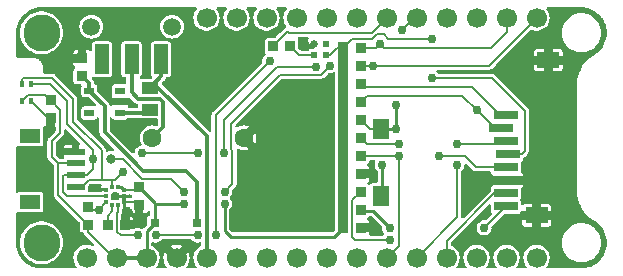
<source format=gbr>
%TF.GenerationSoftware,KiCad,Pcbnew,7.0.8*%
%TF.CreationDate,2023-11-01T10:58:51-04:00*%
%TF.ProjectId,destinationWeatherStation_v5,64657374-696e-4617-9469-6f6e57656174,01*%
%TF.SameCoordinates,Original*%
%TF.FileFunction,Copper,L1,Top*%
%TF.FilePolarity,Positive*%
%FSLAX46Y46*%
G04 Gerber Fmt 4.6, Leading zero omitted, Abs format (unit mm)*
G04 Created by KiCad (PCBNEW 7.0.8) date 2023-11-01 10:58:51*
%MOMM*%
%LPD*%
G01*
G04 APERTURE LIST*
%TA.AperFunction,SMDPad,CuDef*%
%ADD10R,0.970000X0.871000*%
%TD*%
%TA.AperFunction,SMDPad,CuDef*%
%ADD11R,0.820000X0.929000*%
%TD*%
%TA.AperFunction,SMDPad,CuDef*%
%ADD12R,0.350000X0.397000*%
%TD*%
%TA.AperFunction,SMDPad,CuDef*%
%ADD13R,0.397000X0.350000*%
%TD*%
%TA.AperFunction,SMDPad,CuDef*%
%ADD14R,0.300000X0.500000*%
%TD*%
%TA.AperFunction,SMDPad,CuDef*%
%ADD15R,2.000000X0.800000*%
%TD*%
%TA.AperFunction,SMDPad,CuDef*%
%ADD16R,1.400000X1.800000*%
%TD*%
%TA.AperFunction,SMDPad,CuDef*%
%ADD17R,1.900000X1.400000*%
%TD*%
%TA.AperFunction,SMDPad,CuDef*%
%ADD18R,0.929000X0.820000*%
%TD*%
%TA.AperFunction,SMDPad,CuDef*%
%ADD19R,1.800000X1.200000*%
%TD*%
%TA.AperFunction,SMDPad,CuDef*%
%ADD20R,1.550000X0.600000*%
%TD*%
%TA.AperFunction,ComponentPad*%
%ADD21C,1.600000*%
%TD*%
%TA.AperFunction,ComponentPad*%
%ADD22C,3.140000*%
%TD*%
%TA.AperFunction,SMDPad,CuDef*%
%ADD23R,0.871000X0.970000*%
%TD*%
%TA.AperFunction,SMDPad,CuDef*%
%ADD24R,0.760000X0.790000*%
%TD*%
%TA.AperFunction,SMDPad,CuDef*%
%ADD25R,1.465000X0.985000*%
%TD*%
%TA.AperFunction,SMDPad,CuDef*%
%ADD26R,0.550000X0.550000*%
%TD*%
%TA.AperFunction,ComponentPad*%
%ADD27C,1.500000*%
%TD*%
%TA.AperFunction,SMDPad,CuDef*%
%ADD28R,1.200000X2.500000*%
%TD*%
%TA.AperFunction,SMDPad,CuDef*%
%ADD29R,0.833000X0.609000*%
%TD*%
%TA.AperFunction,ComponentPad*%
%ADD30C,1.700000*%
%TD*%
%TA.AperFunction,ViaPad*%
%ADD31C,0.750000*%
%TD*%
%TA.AperFunction,ViaPad*%
%ADD32C,1.000000*%
%TD*%
%TA.AperFunction,ViaPad*%
%ADD33C,0.800000*%
%TD*%
%TA.AperFunction,Conductor*%
%ADD34C,0.350000*%
%TD*%
%TA.AperFunction,Conductor*%
%ADD35C,0.250000*%
%TD*%
%TA.AperFunction,Conductor*%
%ADD36C,0.200000*%
%TD*%
G04 APERTURE END LIST*
D10*
%TO.P,C5,1*%
%TO.N,+3V3*%
X117602000Y-104787000D03*
%TO.P,C5,2*%
%TO.N,GND*%
X117602000Y-106287000D03*
%TD*%
D11*
%TO.P,R5,1*%
%TO.N,+3V3*%
X142374000Y-107950000D03*
%TO.P,R5,2*%
%TO.N,/MOSI*%
X143884000Y-107950000D03*
%TD*%
D12*
%TO.P,U2,1,VDD_IO*%
%TO.N,+3V3*%
X123313000Y-112137000D03*
%TO.P,U2,2,SCL*%
%TO.N,/SCL*%
X122813000Y-112137000D03*
D13*
%TO.P,U2,3,RES*%
%TO.N,GND*%
X122297000Y-112403000D03*
%TO.P,U2,4,SDA*%
%TO.N,/SDA*%
X122297000Y-112903000D03*
%TO.P,U2,5,SDO*%
%TO.N,Net-(JP1-B)*%
X122297000Y-113403000D03*
D12*
%TO.P,U2,6,CS*%
%TO.N,Net-(U2-CS)*%
X122813000Y-113669000D03*
%TO.P,U2,7,INT_DRDY*%
%TO.N,/LPS_INT*%
X123313000Y-113669000D03*
D13*
%TO.P,U2,8,GND_IO*%
%TO.N,GND*%
X123829000Y-113403000D03*
%TO.P,U2,9,GND*%
X123829000Y-112903000D03*
%TO.P,U2,10,VDD*%
%TO.N,+3V3*%
X123829000Y-112403000D03*
%TD*%
D14*
%TO.P,U3,1,SDA*%
%TO.N,/SDA*%
X115970000Y-103440000D03*
%TO.P,U3,2,SCL*%
%TO.N,/SCL*%
X115170000Y-103440000D03*
%TO.P,U3,3,VDD*%
%TO.N,+3V3*%
X115170000Y-104840000D03*
%TO.P,U3,4,VSS*%
%TO.N,GND*%
X115970000Y-104840000D03*
%TD*%
D15*
%TO.P,J3,1,DAT2*%
%TO.N,/DAT2*%
X156150000Y-106035000D03*
%TO.P,J3,2,DAT3/CD*%
%TO.N,/CS_SD*%
X155750000Y-107135000D03*
%TO.P,J3,3,CMD*%
%TO.N,/MOSI*%
X156150000Y-108235000D03*
%TO.P,J3,4,VDD*%
%TO.N,+3V3*%
X156350000Y-109335000D03*
%TO.P,J3,5,CLK*%
%TO.N,/SCK*%
X156150000Y-110435000D03*
%TO.P,J3,6,VSS*%
%TO.N,GND*%
X156350000Y-111535000D03*
%TO.P,J3,7,DAT0*%
%TO.N,/MISO*%
X156150000Y-112635000D03*
%TO.P,J3,8,DAT1*%
%TO.N,/DAT1*%
X156150000Y-113735000D03*
D16*
%TO.P,J3,9,DET*%
%TO.N,/CD*%
X145600000Y-112925000D03*
X145600000Y-107225000D03*
D17*
%TO.P,J3,10,SHIELD*%
%TO.N,GND*%
X158750000Y-114525000D03*
X159750000Y-101375000D03*
%TD*%
D11*
%TO.P,R10,1*%
%TO.N,Net-(U2-CS)*%
X122435000Y-115316000D03*
%TO.P,R10,2*%
%TO.N,GND*%
X123945000Y-115316000D03*
%TD*%
D18*
%TO.P,R11,1*%
%TO.N,+3V3*%
X120777000Y-115309000D03*
%TO.P,R11,2*%
%TO.N,Net-(JP1-B)*%
X120777000Y-113799000D03*
%TD*%
D11*
%TO.P,R4,1*%
%TO.N,+3V3*%
X142374000Y-109474000D03*
%TO.P,R4,2*%
%TO.N,/SCK*%
X143884000Y-109474000D03*
%TD*%
D19*
%TO.P,J4,*%
%TO.N,*%
X115854000Y-107817000D03*
X115854000Y-113417000D03*
D20*
%TO.P,J4,1,Pin_1*%
%TO.N,GND*%
X119729000Y-109117000D03*
%TO.P,J4,2,Pin_2*%
%TO.N,+3V3*%
X119729000Y-110117000D03*
%TO.P,J4,3,Pin_3*%
%TO.N,/SDA*%
X119729000Y-111117000D03*
%TO.P,J4,4,Pin_4*%
%TO.N,/SCL*%
X119729000Y-112117000D03*
%TD*%
D11*
%TO.P,R2,1*%
%TO.N,+3V3*%
X142374000Y-114046000D03*
%TO.P,R2,2*%
%TO.N,/DAT1*%
X143884000Y-114046000D03*
%TD*%
D21*
%TO.P,BT1,1,+*%
%TO.N,/VBAT*%
X126235000Y-107950000D03*
%TO.P,BT1,2,-*%
%TO.N,GND*%
X133985000Y-107950000D03*
%TD*%
D11*
%TO.P,R8,1*%
%TO.N,+3V3*%
X142374000Y-101854000D03*
%TO.P,R8,2*%
%TO.N,/SDA*%
X143884000Y-101854000D03*
%TD*%
D22*
%TO.P,H1,*%
%TO.N,*%
X116840000Y-99060000D03*
%TD*%
D11*
%TO.P,R12,1*%
%TO.N,/NP_DIN*%
X136405000Y-100203000D03*
%TO.P,R12,2*%
%TO.N,Net-(D2-DIN)*%
X137915000Y-100203000D03*
%TD*%
D23*
%TO.P,C2,1*%
%TO.N,+3V3*%
X142379000Y-115570000D03*
%TO.P,C2,2*%
%TO.N,GND*%
X143879000Y-115570000D03*
%TD*%
D24*
%TO.P,D1,1*%
%TO.N,Net-(U1-VOUT)*%
X130018500Y-115189000D03*
%TO.P,D1,2*%
%TO.N,+3V3*%
X126408500Y-115189000D03*
%TD*%
D10*
%TO.P,C1,1*%
%TO.N,Net-(U1-VOUT)*%
X120269000Y-102731000D03*
%TO.P,C1,2*%
%TO.N,GND*%
X120269000Y-101231000D03*
%TD*%
D11*
%TO.P,R1,1*%
%TO.N,+3V3*%
X142374000Y-106426000D03*
%TO.P,R1,2*%
%TO.N,/CD*%
X143884000Y-106426000D03*
%TD*%
D25*
%TO.P,L1,1*%
%TO.N,/VIN*%
X125984000Y-103733000D03*
%TO.P,L1,2*%
%TO.N,Net-(U1-SW)*%
X125984000Y-105563000D03*
%TD*%
D26*
%TO.P,D2,1,DIN*%
%TO.N,Net-(D2-DIN)*%
X139943000Y-100932000D03*
%TO.P,D2,2,VDD*%
%TO.N,+3V3*%
X140893000Y-100932000D03*
%TO.P,D2,3,DOUT*%
%TO.N,unconnected-(D2-DOUT-Pad3)*%
X140893000Y-99982000D03*
%TO.P,D2,4,GND*%
%TO.N,GND*%
X139943000Y-99982000D03*
%TD*%
D27*
%TO.P,SW1,*%
%TO.N,*%
X127890000Y-98552000D03*
X121060000Y-98552000D03*
D28*
%TO.P,SW1,1,A*%
%TO.N,/VIN*%
X126960000Y-101302000D03*
%TO.P,SW1,2,B*%
%TO.N,/VBAT*%
X124460000Y-101302000D03*
%TO.P,SW1,3,C*%
%TO.N,unconnected-(SW1-C-Pad3)*%
X121960000Y-101302000D03*
%TD*%
D23*
%TO.P,C3,1*%
%TO.N,+3V3*%
X142379000Y-110998000D03*
%TO.P,C3,2*%
%TO.N,GND*%
X143879000Y-110998000D03*
%TD*%
D11*
%TO.P,R7,1*%
%TO.N,+3V3*%
X142374000Y-103378000D03*
%TO.P,R7,2*%
%TO.N,/DAT2*%
X143884000Y-103378000D03*
%TD*%
D29*
%TO.P,U1,1,SW*%
%TO.N,Net-(U1-SW)*%
X123465000Y-105852000D03*
%TO.P,U1,2,GND*%
%TO.N,GND*%
X123465000Y-104902000D03*
%TO.P,U1,3,NC*%
%TO.N,unconnected-(U1-NC-Pad3)*%
X123465000Y-103952000D03*
%TO.P,U1,4,VOUT*%
%TO.N,Net-(U1-VOUT)*%
X120883000Y-103952000D03*
%TO.P,U1,5,NC*%
%TO.N,unconnected-(U1-NC-Pad5)*%
X120883000Y-105852000D03*
%TD*%
D22*
%TO.P,H2,*%
%TO.N,*%
X116840000Y-116840000D03*
%TD*%
D11*
%TO.P,R9,1*%
%TO.N,+3V3*%
X142374000Y-100330000D03*
%TO.P,R9,2*%
%TO.N,/SCL*%
X143884000Y-100330000D03*
%TD*%
%TO.P,R6,1*%
%TO.N,+3V3*%
X142374000Y-104902000D03*
%TO.P,R6,2*%
%TO.N,/CS_SD*%
X143884000Y-104902000D03*
%TD*%
%TO.P,R3,1*%
%TO.N,+3V3*%
X142374000Y-112522000D03*
%TO.P,R3,2*%
%TO.N,/MISO*%
X143884000Y-112522000D03*
%TD*%
D10*
%TO.P,C4,1*%
%TO.N,+3V3*%
X125095000Y-112153000D03*
%TO.P,C4,2*%
%TO.N,GND*%
X125095000Y-113653000D03*
%TD*%
D30*
%TO.P,J2,17,Pin_17*%
%TO.N,/SDA*%
X158750000Y-97790000D03*
%TO.P,J2,18,Pin_18*%
%TO.N,/SCL*%
X156210000Y-97790000D03*
%TO.P,J2,19,Pin_19*%
%TO.N,/CS_SD*%
X153670000Y-97790000D03*
%TO.P,J2,20,Pin_20*%
%TO.N,/CD*%
X151130000Y-97790000D03*
%TO.P,J2,21,Pin_21*%
%TO.N,/LPS_INT*%
X148590000Y-97790000D03*
%TO.P,J2,22,Pin_22*%
%TO.N,/NP_DIN*%
X146050000Y-97790000D03*
%TO.P,J2,23,3*%
%TO.N,/D11*%
X143510000Y-97790000D03*
%TO.P,J2,24,Pin_24*%
%TO.N,/D12*%
X140970000Y-97790000D03*
%TO.P,J2,25,Pin_25*%
%TO.N,/D13*%
X138430000Y-97790000D03*
%TO.P,J2,26,Pin_26*%
%TO.N,/USB*%
X135890000Y-97790000D03*
%TO.P,J2,27,Pin_27*%
%TO.N,/EN*%
X133350000Y-97790000D03*
%TO.P,J2,28,Pin_28*%
%TO.N,/BAT*%
X130810000Y-97790000D03*
%TD*%
%TO.P,J1,1,Pin_1*%
%TO.N,/RST*%
X120650000Y-118110000D03*
%TO.P,J1,2,Pin_2*%
%TO.N,+3V3*%
X123190000Y-118110000D03*
%TO.P,J1,3,Pin_3*%
X125730000Y-118110000D03*
%TO.P,J1,4,Pin_4*%
%TO.N,GND*%
X128270000Y-118110000D03*
%TO.P,J1,5,Pin_5*%
%TO.N,/VIN*%
X130810000Y-118110000D03*
%TO.P,J1,6,Pin_6*%
%TO.N,/A1*%
X133350000Y-118110000D03*
%TO.P,J1,7,Pin_7*%
%TO.N,/A2*%
X135890000Y-118110000D03*
%TO.P,J1,8,Pin_8*%
%TO.N,/A3*%
X138430000Y-118110000D03*
%TO.P,J1,9,Pin_9*%
%TO.N,/A4*%
X140970000Y-118110000D03*
%TO.P,J1,10,Pin_10*%
%TO.N,/A5*%
X143510000Y-118110000D03*
%TO.P,J1,11,Pin_11*%
%TO.N,/SCK*%
X146050000Y-118110000D03*
%TO.P,J1,12,Pin_12*%
%TO.N,/MOSI*%
X148590000Y-118110000D03*
%TO.P,J1,13,Pin_13*%
%TO.N,/MISO*%
X151130000Y-118110000D03*
%TO.P,J1,14,Pin_14*%
%TO.N,/RX*%
X153670000Y-118110000D03*
%TO.P,J1,15,Pin_15*%
%TO.N,/TX*%
X156210000Y-118110000D03*
%TO.P,J1,16,Pin_16*%
%TO.N,/DBG*%
X158750000Y-118110000D03*
%TD*%
D31*
%TO.N,+3V3*%
X149860000Y-102870000D03*
X149860000Y-99568000D03*
X128905000Y-113538000D03*
X132334000Y-113538000D03*
%TO.N,GND*%
X140716000Y-107950000D03*
X159639000Y-113030000D03*
X118364000Y-109093000D03*
X121078500Y-112236944D03*
X157861000Y-111506000D03*
X159766000Y-102743000D03*
X124206000Y-114312948D03*
X119126000Y-101219000D03*
X120269000Y-100076000D03*
D32*
X122174000Y-103759000D03*
D31*
X118999000Y-108077000D03*
X145161000Y-115697000D03*
X159766000Y-100076000D03*
X153670000Y-111633000D03*
X133985000Y-101219000D03*
X133985000Y-114554000D03*
X124206000Y-107569000D03*
X139133600Y-99988500D03*
X125095000Y-114808000D03*
X157861000Y-113030000D03*
X144907000Y-110998000D03*
X117602000Y-107188000D03*
%TO.N,/SCK*%
X147066000Y-109474000D03*
X150495000Y-109474000D03*
%TO.N,/MOSI*%
X152019000Y-108458000D03*
X147066000Y-108458000D03*
X152019000Y-110236000D03*
%TO.N,/MISO*%
X146304000Y-116586000D03*
%TO.N,/CS_SD*%
X153670000Y-105605000D03*
%TO.N,/DAT1*%
X154310000Y-115575000D03*
X146304000Y-115570000D03*
%TO.N,/CD*%
X146812000Y-105156000D03*
X146812000Y-107188000D03*
X145669000Y-110236000D03*
D33*
%TO.N,/SDA*%
X122682000Y-109728000D03*
D31*
X121158000Y-109728000D03*
X144907000Y-101854000D03*
X128905000Y-112522000D03*
X132334000Y-112522000D03*
X141224000Y-101854000D03*
%TO.N,/SCL*%
X132271085Y-109259581D03*
X145460172Y-99988500D03*
X123698000Y-110871000D03*
X130060500Y-109220000D03*
X140081000Y-101941500D03*
X125349000Y-109220000D03*
%TO.N,Net-(JP1-B)*%
X121666000Y-114046000D03*
%TO.N,/LPS_INT*%
X131572000Y-116205000D03*
X136144000Y-101473000D03*
X126492000Y-116205000D03*
X130048000Y-116205000D03*
X124968000Y-116205000D03*
X147320000Y-98806000D03*
%TD*%
D34*
%TO.N,/VBAT*%
X124460000Y-101302000D02*
X124460000Y-104115665D01*
X127127000Y-107058000D02*
X126235000Y-107950000D01*
X126873000Y-104648000D02*
X127127000Y-104902000D01*
X127127000Y-104902000D02*
X127127000Y-107058000D01*
X124460000Y-104115665D02*
X124992335Y-104648000D01*
X124992335Y-104648000D02*
X126873000Y-104648000D01*
D35*
%TO.N,+3V3*%
X126408500Y-113466500D02*
X125095000Y-112153000D01*
D36*
X117689000Y-109561000D02*
X117689000Y-108244000D01*
X143138500Y-99565500D02*
X142374000Y-100330000D01*
D35*
X126408500Y-115189000D02*
X126408500Y-113466500D01*
D36*
X145218686Y-99187000D02*
X144837686Y-99568000D01*
D35*
X126480000Y-113538000D02*
X126408500Y-113466500D01*
D36*
X115170000Y-104815736D02*
X115695736Y-104290000D01*
X144837686Y-99568000D02*
X144420764Y-99568000D01*
X120777000Y-115951000D02*
X122936000Y-118110000D01*
X149860000Y-102870000D02*
X154940000Y-102870000D01*
X144420764Y-99568000D02*
X144418264Y-99565500D01*
X157492000Y-109335000D02*
X156350000Y-109335000D01*
X157734000Y-109093000D02*
X157492000Y-109335000D01*
D35*
X132842000Y-116332000D02*
X141617000Y-116332000D01*
X125730000Y-115867500D02*
X126408500Y-115189000D01*
D36*
X146177000Y-99568000D02*
X145796000Y-99187000D01*
X118387000Y-107546000D02*
X118387000Y-105572000D01*
X119729000Y-110117000D02*
X118237000Y-110117000D01*
X117105000Y-104290000D02*
X117602000Y-104787000D01*
X122936000Y-118110000D02*
X123190000Y-118110000D01*
X118237000Y-110117000D02*
X118237000Y-110109000D01*
X123829000Y-112403000D02*
X124845000Y-112403000D01*
X118237000Y-110109000D02*
X117689000Y-109561000D01*
X120777000Y-115309000D02*
X120777000Y-115951000D01*
X117689000Y-108244000D02*
X118387000Y-107546000D01*
X149860000Y-99568000D02*
X146177000Y-99568000D01*
X118237000Y-112769000D02*
X118237000Y-110117000D01*
X145796000Y-99187000D02*
X145218686Y-99187000D01*
X141859000Y-100330000D02*
X142374000Y-100330000D01*
D35*
X132334000Y-113538000D02*
X132334000Y-115824000D01*
X128905000Y-113538000D02*
X126480000Y-113538000D01*
D36*
X118387000Y-105572000D02*
X117602000Y-104787000D01*
D35*
X123313000Y-112137000D02*
X123563000Y-112137000D01*
D36*
X154940000Y-102870000D02*
X157734000Y-105664000D01*
D34*
X125730000Y-118110000D02*
X123190000Y-118110000D01*
D36*
X115170000Y-104840000D02*
X115170000Y-104815736D01*
D35*
X132334000Y-115824000D02*
X132842000Y-116332000D01*
D36*
X115695736Y-104290000D02*
X117105000Y-104290000D01*
D35*
X141617000Y-116332000D02*
X142379000Y-115570000D01*
D36*
X144418264Y-99565500D02*
X143138500Y-99565500D01*
X120777000Y-115309000D02*
X118237000Y-112769000D01*
X141257000Y-100932000D02*
X140893000Y-100932000D01*
D35*
X125730000Y-118110000D02*
X125730000Y-115867500D01*
D36*
X141257000Y-100932000D02*
X141859000Y-100330000D01*
X157734000Y-105664000D02*
X157734000Y-109093000D01*
X124845000Y-112403000D02*
X125095000Y-112153000D01*
D35*
X123563000Y-112137000D02*
X123829000Y-112403000D01*
D34*
%TO.N,Net-(U1-VOUT)*%
X125431339Y-110744000D02*
X122174000Y-107486661D01*
X130018500Y-111730500D02*
X129032000Y-110744000D01*
X120883000Y-103345000D02*
X120269000Y-102731000D01*
X130018500Y-115189000D02*
X130018500Y-111730500D01*
X120883000Y-103952000D02*
X120883000Y-103345000D01*
X129032000Y-110744000D02*
X125431339Y-110744000D01*
X122174000Y-107486661D02*
X122174000Y-105243000D01*
X122174000Y-105243000D02*
X120883000Y-103952000D01*
D36*
%TO.N,GND*%
X124845000Y-113403000D02*
X125095000Y-113653000D01*
X159766000Y-102743000D02*
X159766000Y-102648000D01*
X117417000Y-106287000D02*
X117602000Y-106287000D01*
X115970000Y-104840000D02*
X117417000Y-106287000D01*
X125095000Y-113653000D02*
X124955379Y-113653000D01*
D34*
X122174000Y-103759000D02*
X122174000Y-103912330D01*
D36*
X123829000Y-113403000D02*
X124845000Y-113403000D01*
X123829000Y-112903000D02*
X123829000Y-113403000D01*
X118388000Y-109117000D02*
X118364000Y-109093000D01*
X159766000Y-102648000D02*
X159750000Y-102632000D01*
D35*
X157832000Y-111535000D02*
X157861000Y-111506000D01*
D36*
X123952000Y-115309000D02*
X123945000Y-115316000D01*
%TO.N,Net-(D2-DIN)*%
X138169000Y-100457000D02*
X138644000Y-100932000D01*
X138169000Y-100203000D02*
X138169000Y-100457000D01*
X138644000Y-100932000D02*
X139943000Y-100932000D01*
D34*
%TO.N,/VIN*%
X126960000Y-101302000D02*
X126960000Y-102757000D01*
X126960000Y-102757000D02*
X125984000Y-103733000D01*
X125984000Y-103733000D02*
X126735818Y-103733000D01*
X126735818Y-103733000D02*
X130810000Y-107807182D01*
X130810000Y-107807182D02*
X130810000Y-118110000D01*
D36*
%TO.N,/SCK*%
X143884000Y-109474000D02*
X147066000Y-109474000D01*
X147066000Y-109474000D02*
X147066000Y-117094000D01*
X152654000Y-109474000D02*
X150495000Y-109474000D01*
X153615000Y-110435000D02*
X152654000Y-109474000D01*
X147066000Y-117094000D02*
X146050000Y-118110000D01*
X156150000Y-110435000D02*
X153615000Y-110435000D01*
%TO.N,/MOSI*%
X152019000Y-110236000D02*
X152019000Y-114681000D01*
X155927000Y-108458000D02*
X156150000Y-108235000D01*
X152019000Y-114681000D02*
X148590000Y-118110000D01*
X152019000Y-108458000D02*
X155927000Y-108458000D01*
X144392000Y-108458000D02*
X146736000Y-108458000D01*
X143884000Y-107950000D02*
X144392000Y-108458000D01*
X146736000Y-108458000D02*
X147066000Y-108458000D01*
%TO.N,/MISO*%
X146304000Y-116586000D02*
X143374500Y-116586000D01*
X143143500Y-116355000D02*
X143143500Y-113262500D01*
X151130000Y-116655000D02*
X151130000Y-118110000D01*
X143374500Y-116586000D02*
X143143500Y-116355000D01*
X143143500Y-113262500D02*
X143884000Y-112522000D01*
X156150000Y-112635000D02*
X155150000Y-112635000D01*
X155150000Y-112635000D02*
X151130000Y-116655000D01*
%TO.N,/DAT2*%
X155692000Y-106035000D02*
X156150000Y-106035000D01*
X153289000Y-103632000D02*
X155692000Y-106035000D01*
X143884000Y-103378000D02*
X144138000Y-103632000D01*
X144138000Y-103632000D02*
X153289000Y-103632000D01*
%TO.N,/CS_SD*%
X152459000Y-104394000D02*
X144392000Y-104394000D01*
X144392000Y-104394000D02*
X143884000Y-104902000D01*
X155200000Y-107135000D02*
X155750000Y-107135000D01*
X153670000Y-105605000D02*
X152459000Y-104394000D01*
X153670000Y-105605000D02*
X155200000Y-107135000D01*
D35*
%TO.N,/DAT1*%
X143988000Y-114150000D02*
X144884000Y-114150000D01*
X144884000Y-114150000D02*
X146304000Y-115570000D01*
D36*
X154310000Y-115575000D02*
X156150000Y-113735000D01*
D35*
X143884000Y-114046000D02*
X143988000Y-114150000D01*
%TO.N,/CD*%
X145669000Y-112856000D02*
X145669000Y-110236000D01*
X146812000Y-107188000D02*
X146812000Y-105156000D01*
X145637000Y-107188000D02*
X145600000Y-107225000D01*
D36*
X144683000Y-107225000D02*
X143884000Y-106426000D01*
D35*
X146812000Y-107188000D02*
X145637000Y-107188000D01*
X145600000Y-112925000D02*
X145669000Y-112856000D01*
D36*
X145600000Y-107225000D02*
X144683000Y-107225000D01*
%TO.N,/SDA*%
X121158000Y-109728000D02*
X121158000Y-110617000D01*
X125387500Y-111417500D02*
X123698000Y-109728000D01*
X120658000Y-111117000D02*
X119729000Y-111117000D01*
X117599764Y-103440000D02*
X118999000Y-104839236D01*
X122297000Y-112903000D02*
X122288056Y-112911944D01*
X118753000Y-111117000D02*
X119729000Y-111117000D01*
X118999000Y-104839236D02*
X118999000Y-106807000D01*
X122288056Y-112911944D02*
X119007944Y-112911944D01*
X132334000Y-112522000D02*
X133009000Y-111847000D01*
X140462000Y-102616000D02*
X141224000Y-101854000D01*
X118999000Y-106807000D02*
X121158000Y-108966000D01*
X123698000Y-109728000D02*
X122682000Y-109728000D01*
X115970000Y-103440000D02*
X117599764Y-103440000D01*
X144907000Y-101854000D02*
X143884000Y-101854000D01*
X128905000Y-112522000D02*
X127800500Y-111417500D01*
X121158000Y-108966000D02*
X121158000Y-109728000D01*
X118654000Y-112558000D02*
X118654000Y-111216000D01*
X133009000Y-109067405D02*
X132842000Y-108900405D01*
X132842000Y-108900405D02*
X132842000Y-106807000D01*
X127800500Y-111417500D02*
X125387500Y-111417500D01*
X133009000Y-111847000D02*
X133009000Y-109067405D01*
X132842000Y-106807000D02*
X137033000Y-102616000D01*
X144907000Y-101854000D02*
X154686000Y-101854000D01*
X118654000Y-111216000D02*
X118753000Y-111117000D01*
X154686000Y-101854000D02*
X158750000Y-97790000D01*
X121158000Y-110617000D02*
X120658000Y-111117000D01*
X137033000Y-102616000D02*
X140462000Y-102616000D01*
X119007944Y-112911944D02*
X118654000Y-112558000D01*
%TO.N,/SCL*%
X121920000Y-109000657D02*
X121920000Y-111506000D01*
X130060500Y-109220000D02*
X125349000Y-109220000D01*
X117729000Y-102870000D02*
X119507000Y-104648000D01*
X136779000Y-101981000D02*
X132271085Y-106488915D01*
X119507000Y-106587657D02*
X121920000Y-109000657D01*
X115170000Y-103016000D02*
X115316000Y-102870000D01*
X119507000Y-104648000D02*
X119507000Y-106587657D01*
X132271085Y-106488915D02*
X132271085Y-109259581D01*
X122813000Y-112137000D02*
X122813000Y-111510000D01*
X123698000Y-110871000D02*
X123063000Y-111506000D01*
X145801672Y-100330000D02*
X154872081Y-100330000D01*
X140081000Y-101941500D02*
X140041500Y-101981000D01*
X156210000Y-98992081D02*
X156210000Y-97790000D01*
X154872081Y-100330000D02*
X156210000Y-98992081D01*
X123063000Y-111506000D02*
X120839264Y-111506000D01*
X120228264Y-112117000D02*
X119729000Y-112117000D01*
X140041500Y-101981000D02*
X136779000Y-101981000D01*
X145460172Y-99988500D02*
X145801672Y-100330000D01*
X145118672Y-100330000D02*
X143884000Y-100330000D01*
X145460172Y-99988500D02*
X145118672Y-100330000D01*
X115316000Y-102870000D02*
X117729000Y-102870000D01*
X120839264Y-111506000D02*
X120228264Y-112117000D01*
X115170000Y-103440000D02*
X115170000Y-103016000D01*
%TO.N,Net-(JP1-B)*%
X121666000Y-114046000D02*
X121024000Y-114046000D01*
X121024000Y-114046000D02*
X120777000Y-113799000D01*
X122297000Y-113415000D02*
X121666000Y-114046000D01*
X122297000Y-113403000D02*
X122297000Y-113415000D01*
D34*
%TO.N,Net-(U1-SW)*%
X125695000Y-105852000D02*
X125984000Y-105563000D01*
X123465000Y-105852000D02*
X125695000Y-105852000D01*
D36*
%TO.N,Net-(U2-CS)*%
X122809000Y-113673000D02*
X122813000Y-113669000D01*
X122813000Y-113669000D02*
X122813000Y-114169000D01*
X122435000Y-114547000D02*
X122435000Y-115316000D01*
X122813000Y-114169000D02*
X122435000Y-114547000D01*
%TO.N,/NP_DIN*%
X136405000Y-100203000D02*
X137294000Y-99314000D01*
X137294000Y-99314000D02*
X137294000Y-99307000D01*
X144780000Y-99060000D02*
X146050000Y-97790000D01*
X137294000Y-99307000D02*
X137668000Y-98933000D01*
X137795000Y-99060000D02*
X144780000Y-99060000D01*
X137668000Y-98933000D02*
X137795000Y-99060000D01*
%TO.N,/LPS_INT*%
X130048000Y-116205000D02*
X126492000Y-116205000D01*
X123235000Y-114312685D02*
X123235000Y-115904764D01*
X123535236Y-116205000D02*
X124968000Y-116205000D01*
X123235000Y-115904764D02*
X123535236Y-116205000D01*
X147320000Y-98806000D02*
X148336000Y-97790000D01*
X148336000Y-97790000D02*
X148590000Y-97790000D01*
X131572000Y-106045000D02*
X136144000Y-101473000D01*
X123313000Y-113669000D02*
X123313000Y-114234685D01*
X131572000Y-116205000D02*
X131572000Y-106045000D01*
X123313000Y-114234685D02*
X123235000Y-114312685D01*
%TD*%
%TA.AperFunction,Conductor*%
%TO.N,GND*%
G36*
X117920039Y-105931685D02*
G01*
X117965794Y-105984489D01*
X117977000Y-106036000D01*
X117977000Y-106972500D01*
X118000181Y-106995681D01*
X118033666Y-107057004D01*
X118036500Y-107083362D01*
X118036500Y-107349455D01*
X118016815Y-107416494D01*
X118000181Y-107437136D01*
X117475955Y-107961361D01*
X117456106Y-107977482D01*
X117448331Y-107982562D01*
X117428143Y-108008498D01*
X117423067Y-108014248D01*
X117420634Y-108016681D01*
X117420623Y-108016694D01*
X117407954Y-108034438D01*
X117376483Y-108074872D01*
X117372975Y-108081353D01*
X117369760Y-108087932D01*
X117355138Y-108137045D01*
X117338498Y-108185516D01*
X117337294Y-108192733D01*
X117336382Y-108200046D01*
X117338500Y-108251230D01*
X117338500Y-109511788D01*
X117335861Y-109537232D01*
X117333957Y-109546311D01*
X117333957Y-109546317D01*
X117338023Y-109578937D01*
X117338500Y-109586614D01*
X117338500Y-109590040D01*
X117340891Y-109604373D01*
X117342087Y-109611541D01*
X117348427Y-109662393D01*
X117350520Y-109669426D01*
X117352908Y-109676381D01*
X117377295Y-109721444D01*
X117399801Y-109767483D01*
X117404065Y-109773455D01*
X117408580Y-109779256D01*
X117446275Y-109813958D01*
X117850181Y-110217863D01*
X117883666Y-110279186D01*
X117886500Y-110305544D01*
X117886500Y-112719788D01*
X117883861Y-112745232D01*
X117881957Y-112754311D01*
X117881957Y-112754317D01*
X117886023Y-112786937D01*
X117886500Y-112794614D01*
X117886500Y-112798040D01*
X117887462Y-112803805D01*
X117890087Y-112819541D01*
X117896427Y-112870393D01*
X117898520Y-112877426D01*
X117900908Y-112884381D01*
X117925295Y-112929444D01*
X117947801Y-112975483D01*
X117952065Y-112981455D01*
X117956580Y-112987256D01*
X117994275Y-113021958D01*
X120025681Y-115053363D01*
X120059166Y-115114686D01*
X120062000Y-115141044D01*
X120062000Y-115743678D01*
X120076532Y-115816735D01*
X120076533Y-115816739D01*
X120079380Y-115821000D01*
X120131899Y-115899601D01*
X120187595Y-115936815D01*
X120214760Y-115954966D01*
X120214764Y-115954967D01*
X120287821Y-115969499D01*
X120287824Y-115969500D01*
X120287826Y-115969500D01*
X120319287Y-115969500D01*
X120386326Y-115989185D01*
X120432081Y-116041989D01*
X120435804Y-116051914D01*
X120436619Y-116053888D01*
X120437429Y-116056247D01*
X120438136Y-116058132D01*
X120438524Y-116059438D01*
X120440908Y-116066381D01*
X120465295Y-116111444D01*
X120487801Y-116157483D01*
X120492065Y-116163455D01*
X120496580Y-116169256D01*
X120534275Y-116203958D01*
X121230302Y-116899985D01*
X121263787Y-116961308D01*
X121258803Y-117031000D01*
X121216931Y-117086933D01*
X121151467Y-117111350D01*
X121097828Y-117103293D01*
X120952456Y-117046976D01*
X120751976Y-117009500D01*
X120548024Y-117009500D01*
X120347544Y-117046976D01*
X120347541Y-117046976D01*
X120347541Y-117046977D01*
X120157364Y-117120651D01*
X120157357Y-117120655D01*
X119983960Y-117228017D01*
X119983958Y-117228019D01*
X119833237Y-117365418D01*
X119710327Y-117528178D01*
X119619422Y-117710739D01*
X119619417Y-117710752D01*
X119563602Y-117906917D01*
X119544785Y-118109999D01*
X119544785Y-118110000D01*
X119563602Y-118313082D01*
X119619417Y-118509247D01*
X119619422Y-118509260D01*
X119694731Y-118660500D01*
X119710327Y-118691821D01*
X119791849Y-118799774D01*
X119816541Y-118865134D01*
X119801976Y-118933469D01*
X119752779Y-118983081D01*
X119692895Y-118998500D01*
X116841878Y-118998500D01*
X116838133Y-118998387D01*
X116583567Y-118982988D01*
X116576128Y-118982084D01*
X116358727Y-118942245D01*
X116327122Y-118936453D01*
X116319849Y-118934660D01*
X116292093Y-118926011D01*
X116078170Y-118859350D01*
X116071168Y-118856694D01*
X115840317Y-118752797D01*
X115833681Y-118749314D01*
X115617038Y-118618348D01*
X115610871Y-118614091D01*
X115517133Y-118540652D01*
X115411595Y-118457967D01*
X115406005Y-118453015D01*
X115226983Y-118273993D01*
X115222033Y-118268405D01*
X115065907Y-118069127D01*
X115061651Y-118062961D01*
X114930685Y-117846318D01*
X114927202Y-117839682D01*
X114915520Y-117813726D01*
X114878318Y-117731066D01*
X114823305Y-117608831D01*
X114820652Y-117601838D01*
X114745336Y-117360138D01*
X114743548Y-117352889D01*
X114700183Y-117116248D01*
X114697915Y-117103871D01*
X114697011Y-117096432D01*
X114697001Y-117096271D01*
X114682761Y-116860852D01*
X114681613Y-116841866D01*
X114681557Y-116840004D01*
X115014395Y-116840004D01*
X115034783Y-117112082D01*
X115034783Y-117112084D01*
X115090584Y-117356563D01*
X115095502Y-117378107D01*
X115195187Y-117632100D01*
X115331614Y-117868400D01*
X115501737Y-118081727D01*
X115701754Y-118267315D01*
X115927198Y-118421020D01*
X116173032Y-118539408D01*
X116433765Y-118619833D01*
X116433766Y-118619833D01*
X116433769Y-118619834D01*
X116703564Y-118660499D01*
X116703569Y-118660499D01*
X116703572Y-118660500D01*
X116703573Y-118660500D01*
X116976427Y-118660500D01*
X116976428Y-118660500D01*
X116976435Y-118660499D01*
X117246230Y-118619834D01*
X117246231Y-118619833D01*
X117246235Y-118619833D01*
X117506968Y-118539408D01*
X117752803Y-118421020D01*
X117978246Y-118267315D01*
X118178263Y-118081727D01*
X118348386Y-117868400D01*
X118484813Y-117632100D01*
X118584498Y-117378107D01*
X118645215Y-117112092D01*
X118645831Y-117103871D01*
X118665605Y-116840004D01*
X118665605Y-116839995D01*
X118645216Y-116567917D01*
X118645216Y-116567915D01*
X118645215Y-116567911D01*
X118645215Y-116567908D01*
X118584498Y-116301893D01*
X118484813Y-116047900D01*
X118348386Y-115811600D01*
X118178263Y-115598273D01*
X117978246Y-115412685D01*
X117752803Y-115258980D01*
X117752797Y-115258977D01*
X117752796Y-115258976D01*
X117752794Y-115258975D01*
X117506970Y-115140593D01*
X117506972Y-115140593D01*
X117246236Y-115060167D01*
X117246230Y-115060165D01*
X116976435Y-115019500D01*
X116976428Y-115019500D01*
X116703572Y-115019500D01*
X116703564Y-115019500D01*
X116433769Y-115060165D01*
X116433763Y-115060167D01*
X116173031Y-115140592D01*
X115927202Y-115258977D01*
X115701753Y-115412685D01*
X115501739Y-115598271D01*
X115501737Y-115598273D01*
X115331614Y-115811600D01*
X115195187Y-116047899D01*
X115095504Y-116301887D01*
X115095499Y-116301904D01*
X115034783Y-116567915D01*
X115034783Y-116567917D01*
X115014395Y-116839995D01*
X115014395Y-116840004D01*
X114681557Y-116840004D01*
X114681500Y-116838122D01*
X114681500Y-114366157D01*
X114701185Y-114299118D01*
X114753989Y-114253363D01*
X114823147Y-114243419D01*
X114852957Y-114251598D01*
X114856262Y-114252967D01*
X114929321Y-114267499D01*
X114929324Y-114267500D01*
X114929326Y-114267500D01*
X116778676Y-114267500D01*
X116778677Y-114267499D01*
X116851740Y-114252966D01*
X116934601Y-114197601D01*
X116989966Y-114114740D01*
X117004500Y-114041674D01*
X117004500Y-112792326D01*
X117004500Y-112792323D01*
X117004499Y-112792321D01*
X116989967Y-112719264D01*
X116989966Y-112719260D01*
X116960887Y-112675740D01*
X116934601Y-112636399D01*
X116864966Y-112589871D01*
X116851739Y-112581033D01*
X116851735Y-112581032D01*
X116778677Y-112566500D01*
X116778674Y-112566500D01*
X114929326Y-112566500D01*
X114929323Y-112566500D01*
X114856259Y-112581033D01*
X114852950Y-112582404D01*
X114845158Y-112583241D01*
X114844281Y-112583416D01*
X114844265Y-112583337D01*
X114783481Y-112589871D01*
X114721002Y-112558595D01*
X114685351Y-112498505D01*
X114681500Y-112467842D01*
X114681500Y-108766157D01*
X114701185Y-108699118D01*
X114753989Y-108653363D01*
X114823147Y-108643419D01*
X114852957Y-108651598D01*
X114856262Y-108652967D01*
X114929321Y-108667499D01*
X114929324Y-108667500D01*
X114929326Y-108667500D01*
X116778676Y-108667500D01*
X116778677Y-108667499D01*
X116851740Y-108652966D01*
X116934601Y-108597601D01*
X116989966Y-108514740D01*
X117004500Y-108441674D01*
X117004500Y-107192326D01*
X117004500Y-107192323D01*
X116990251Y-107120692D01*
X116996478Y-107051100D01*
X117039340Y-106995923D01*
X117105230Y-106972678D01*
X117111868Y-106972500D01*
X117227000Y-106972500D01*
X117227000Y-106036000D01*
X117246685Y-105968961D01*
X117299489Y-105923206D01*
X117351000Y-105912000D01*
X117853000Y-105912000D01*
X117920039Y-105931685D01*
G37*
%TD.AperFunction*%
%TA.AperFunction,Conductor*%
G36*
X129531852Y-116575185D02*
G01*
X129566862Y-116609059D01*
X129576366Y-116622828D01*
X129576367Y-116622829D01*
X129576368Y-116622830D01*
X129690066Y-116723557D01*
X129824566Y-116794148D01*
X129896020Y-116811760D01*
X129972050Y-116830500D01*
X129972051Y-116830500D01*
X130123948Y-116830500D01*
X130123949Y-116830500D01*
X130230825Y-116804157D01*
X130300627Y-116807226D01*
X130357689Y-116847545D01*
X130383894Y-116912315D01*
X130384500Y-116924554D01*
X130384500Y-117010444D01*
X130364815Y-117077483D01*
X130321447Y-117116359D01*
X130322237Y-117117634D01*
X130143960Y-117228017D01*
X130143958Y-117228019D01*
X129993237Y-117365418D01*
X129870327Y-117528178D01*
X129779422Y-117710739D01*
X129779417Y-117710752D01*
X129723602Y-117906917D01*
X129704785Y-118109999D01*
X129704785Y-118110000D01*
X129723602Y-118313082D01*
X129779417Y-118509247D01*
X129779422Y-118509260D01*
X129854731Y-118660500D01*
X129870327Y-118691821D01*
X129951849Y-118799774D01*
X129976541Y-118865134D01*
X129961976Y-118933469D01*
X129912779Y-118983081D01*
X129852895Y-118998500D01*
X129226478Y-118998500D01*
X129159439Y-118978815D01*
X129113684Y-118926011D01*
X129103740Y-118856853D01*
X129127524Y-118799773D01*
X129209245Y-118691556D01*
X129300113Y-118509069D01*
X129300116Y-118509063D01*
X129355902Y-118312992D01*
X129355903Y-118312989D01*
X129374713Y-118110000D01*
X129374713Y-118109999D01*
X129355903Y-117907010D01*
X129355902Y-117907007D01*
X129300116Y-117710936D01*
X129300113Y-117710930D01*
X129266633Y-117643694D01*
X128822824Y-118087503D01*
X128823877Y-118072114D01*
X128793116Y-117924085D01*
X128723558Y-117789844D01*
X128620362Y-117679348D01*
X128491181Y-117600791D01*
X128345596Y-117560000D01*
X128289671Y-117560000D01*
X128738018Y-117111650D01*
X128738018Y-117111649D01*
X128572323Y-117047460D01*
X128572320Y-117047459D01*
X128371928Y-117010000D01*
X128168072Y-117010000D01*
X127967679Y-117047459D01*
X127967676Y-117047460D01*
X127801980Y-117111649D01*
X127801980Y-117111650D01*
X128250330Y-117560000D01*
X128232378Y-117560000D01*
X128120217Y-117575416D01*
X127981542Y-117635651D01*
X127864261Y-117731066D01*
X127777072Y-117854585D01*
X127726441Y-117997047D01*
X127720056Y-118090385D01*
X127273365Y-117643694D01*
X127239888Y-117710927D01*
X127239881Y-117710943D01*
X127184097Y-117907007D01*
X127184096Y-117907010D01*
X127165287Y-118109999D01*
X127165287Y-118110000D01*
X127184096Y-118312989D01*
X127184097Y-118312992D01*
X127239883Y-118509063D01*
X127239886Y-118509069D01*
X127330754Y-118691556D01*
X127412476Y-118799773D01*
X127437168Y-118865134D01*
X127422603Y-118933469D01*
X127373406Y-118983081D01*
X127313522Y-118998500D01*
X126687105Y-118998500D01*
X126620066Y-118978815D01*
X126574311Y-118926011D01*
X126564367Y-118856853D01*
X126588150Y-118799774D01*
X126669673Y-118691821D01*
X126760582Y-118509250D01*
X126816397Y-118313083D01*
X126835215Y-118110000D01*
X126831153Y-118066168D01*
X126816397Y-117906917D01*
X126805438Y-117868400D01*
X126760582Y-117710750D01*
X126669673Y-117528179D01*
X126556335Y-117378095D01*
X126546762Y-117365418D01*
X126396041Y-117228019D01*
X126396039Y-117228017D01*
X126222640Y-117120653D01*
X126222628Y-117120647D01*
X126184705Y-117105956D01*
X126129304Y-117063383D01*
X126105714Y-116997616D01*
X126105500Y-116990330D01*
X126105500Y-116911950D01*
X126125185Y-116844911D01*
X126177989Y-116799156D01*
X126247147Y-116789212D01*
X126261164Y-116792832D01*
X126261283Y-116792353D01*
X126416050Y-116830500D01*
X126416051Y-116830500D01*
X126567950Y-116830500D01*
X126617110Y-116818382D01*
X126715434Y-116794148D01*
X126849934Y-116723557D01*
X126963632Y-116622830D01*
X126969725Y-116614003D01*
X126973138Y-116609059D01*
X127027421Y-116565069D01*
X127075187Y-116555500D01*
X129464813Y-116555500D01*
X129531852Y-116575185D01*
G37*
%TD.AperFunction*%
%TA.AperFunction,Conductor*%
G36*
X162561866Y-96901613D02*
G01*
X162622372Y-96905272D01*
X162816438Y-96917011D01*
X162823871Y-96917915D01*
X162872748Y-96926871D01*
X163072889Y-96963548D01*
X163080138Y-96965336D01*
X163321838Y-97040652D01*
X163328831Y-97043305D01*
X163455307Y-97100227D01*
X163559687Y-97147204D01*
X163566313Y-97150682D01*
X163634927Y-97192161D01*
X163782961Y-97281651D01*
X163789127Y-97285907D01*
X163988405Y-97442033D01*
X163993993Y-97446983D01*
X164173015Y-97626005D01*
X164177967Y-97631595D01*
X164247051Y-97719773D01*
X164334091Y-97830871D01*
X164338348Y-97837038D01*
X164469314Y-98053681D01*
X164472797Y-98060317D01*
X164576694Y-98291168D01*
X164579350Y-98298170D01*
X164597330Y-98355870D01*
X164654660Y-98539849D01*
X164656454Y-98547125D01*
X164702084Y-98796128D01*
X164702988Y-98803567D01*
X164718277Y-99056334D01*
X164718286Y-99063678D01*
X164704198Y-99306263D01*
X164703365Y-99313409D01*
X164661276Y-99552817D01*
X164659621Y-99559819D01*
X164590101Y-99792748D01*
X164587647Y-99799512D01*
X164491629Y-100022830D01*
X164488408Y-100029264D01*
X164367189Y-100239958D01*
X164363245Y-100245976D01*
X164218454Y-100441217D01*
X164213840Y-100446738D01*
X164047412Y-100623917D01*
X164042190Y-100628867D01*
X163856376Y-100785584D01*
X163850616Y-100789895D01*
X163646412Y-100925042D01*
X163643356Y-100926940D01*
X163593765Y-100955772D01*
X163593570Y-100955903D01*
X163507765Y-101005800D01*
X163507749Y-101005810D01*
X163252303Y-101194075D01*
X163018756Y-101408894D01*
X163018738Y-101408911D01*
X162809843Y-101647743D01*
X162809836Y-101647752D01*
X162628010Y-101907839D01*
X162475426Y-102186080D01*
X162353874Y-102479208D01*
X162264783Y-102783774D01*
X162264781Y-102783783D01*
X162209203Y-103096188D01*
X162209200Y-103096209D01*
X162187782Y-103412800D01*
X162187781Y-103412815D01*
X162193944Y-103563485D01*
X162193944Y-112336269D01*
X162187771Y-112487184D01*
X162187772Y-112487199D01*
X162209190Y-112803791D01*
X162209193Y-112803812D01*
X162264772Y-113116218D01*
X162264774Y-113116227D01*
X162264775Y-113116231D01*
X162284891Y-113185000D01*
X162348367Y-113402000D01*
X162353867Y-113420800D01*
X162379975Y-113483760D01*
X162475418Y-113713929D01*
X162628001Y-113992166D01*
X162798809Y-114236492D01*
X162809824Y-114252247D01*
X162913662Y-114370967D01*
X163018738Y-114491102D01*
X163018742Y-114491106D01*
X163034873Y-114505943D01*
X163252298Y-114705932D01*
X163507747Y-114894201D01*
X163525905Y-114904760D01*
X163593287Y-114943944D01*
X163593359Y-114943993D01*
X163643338Y-114973050D01*
X163646394Y-114974947D01*
X163660428Y-114984235D01*
X163850623Y-115110109D01*
X163856377Y-115114417D01*
X164042193Y-115271137D01*
X164047410Y-115276082D01*
X164186549Y-115424208D01*
X164213832Y-115453253D01*
X164218446Y-115458774D01*
X164363247Y-115654028D01*
X164367190Y-115660044D01*
X164467740Y-115834815D01*
X164488411Y-115870743D01*
X164491631Y-115877177D01*
X164587649Y-116100494D01*
X164590098Y-116107243D01*
X164659621Y-116340181D01*
X164661275Y-116347183D01*
X164703364Y-116586590D01*
X164704197Y-116593736D01*
X164718285Y-116836333D01*
X164718276Y-116843677D01*
X164702988Y-117096432D01*
X164702084Y-117103871D01*
X164656454Y-117352874D01*
X164654660Y-117360150D01*
X164579352Y-117601824D01*
X164576694Y-117608831D01*
X164472797Y-117839682D01*
X164469314Y-117846318D01*
X164338348Y-118062961D01*
X164334091Y-118069128D01*
X164216811Y-118218824D01*
X164178822Y-118267315D01*
X164177977Y-118268393D01*
X164173008Y-118274002D01*
X163994002Y-118453008D01*
X163988396Y-118457974D01*
X163965119Y-118476211D01*
X163789128Y-118614091D01*
X163782961Y-118618348D01*
X163566318Y-118749314D01*
X163559682Y-118752797D01*
X163328831Y-118856694D01*
X163321824Y-118859352D01*
X163080150Y-118934660D01*
X163072874Y-118936454D01*
X162823871Y-118982084D01*
X162816432Y-118982988D01*
X162561867Y-118998387D01*
X162558122Y-118998500D01*
X159707105Y-118998500D01*
X159640066Y-118978815D01*
X159594311Y-118926011D01*
X159584367Y-118856853D01*
X159608150Y-118799774D01*
X159689673Y-118691821D01*
X159780582Y-118509250D01*
X159836397Y-118313083D01*
X159855215Y-118110000D01*
X159851153Y-118066168D01*
X159836397Y-117906917D01*
X159825438Y-117868400D01*
X159780582Y-117710750D01*
X159689673Y-117528179D01*
X159576335Y-117378095D01*
X159566762Y-117365418D01*
X159416041Y-117228019D01*
X159416039Y-117228017D01*
X159242642Y-117120655D01*
X159242639Y-117120653D01*
X159242637Y-117120652D01*
X159242636Y-117120651D01*
X159242635Y-117120651D01*
X159095897Y-117063805D01*
X159052456Y-117046976D01*
X158851976Y-117009500D01*
X158648024Y-117009500D01*
X158447544Y-117046976D01*
X158447541Y-117046976D01*
X158447541Y-117046977D01*
X158257364Y-117120651D01*
X158257357Y-117120655D01*
X158083960Y-117228017D01*
X158083958Y-117228019D01*
X157933237Y-117365418D01*
X157810327Y-117528178D01*
X157719422Y-117710739D01*
X157719417Y-117710752D01*
X157663602Y-117906917D01*
X157644785Y-118109999D01*
X157644785Y-118110000D01*
X157663602Y-118313082D01*
X157719417Y-118509247D01*
X157719422Y-118509260D01*
X157794731Y-118660500D01*
X157810327Y-118691821D01*
X157891849Y-118799774D01*
X157916541Y-118865134D01*
X157901976Y-118933469D01*
X157852779Y-118983081D01*
X157792895Y-118998500D01*
X157167105Y-118998500D01*
X157100066Y-118978815D01*
X157054311Y-118926011D01*
X157044367Y-118856853D01*
X157068150Y-118799774D01*
X157149673Y-118691821D01*
X157240582Y-118509250D01*
X157296397Y-118313083D01*
X157315215Y-118110000D01*
X157311153Y-118066168D01*
X157296397Y-117906917D01*
X157285438Y-117868400D01*
X157240582Y-117710750D01*
X157149673Y-117528179D01*
X157036335Y-117378095D01*
X157026762Y-117365418D01*
X156876041Y-117228019D01*
X156876039Y-117228017D01*
X156702642Y-117120655D01*
X156702639Y-117120653D01*
X156702637Y-117120652D01*
X156702636Y-117120651D01*
X156702635Y-117120651D01*
X156555897Y-117063805D01*
X156512456Y-117046976D01*
X156311976Y-117009500D01*
X156108024Y-117009500D01*
X155907544Y-117046976D01*
X155907541Y-117046976D01*
X155907541Y-117046977D01*
X155717364Y-117120651D01*
X155717357Y-117120655D01*
X155543960Y-117228017D01*
X155543958Y-117228019D01*
X155393237Y-117365418D01*
X155270327Y-117528178D01*
X155179422Y-117710739D01*
X155179417Y-117710752D01*
X155123602Y-117906917D01*
X155104785Y-118109999D01*
X155104785Y-118110000D01*
X155123602Y-118313082D01*
X155179417Y-118509247D01*
X155179422Y-118509260D01*
X155254731Y-118660500D01*
X155270327Y-118691821D01*
X155351849Y-118799774D01*
X155376541Y-118865134D01*
X155361976Y-118933469D01*
X155312779Y-118983081D01*
X155252895Y-118998500D01*
X154627105Y-118998500D01*
X154560066Y-118978815D01*
X154514311Y-118926011D01*
X154504367Y-118856853D01*
X154528150Y-118799774D01*
X154609673Y-118691821D01*
X154700582Y-118509250D01*
X154756397Y-118313083D01*
X154775215Y-118110000D01*
X154771153Y-118066168D01*
X154756397Y-117906917D01*
X154745438Y-117868400D01*
X154700582Y-117710750D01*
X154609673Y-117528179D01*
X154496335Y-117378095D01*
X154486762Y-117365418D01*
X154336041Y-117228019D01*
X154336039Y-117228017D01*
X154162642Y-117120655D01*
X154162639Y-117120653D01*
X154162637Y-117120652D01*
X154162636Y-117120651D01*
X154162635Y-117120651D01*
X154015897Y-117063805D01*
X153972456Y-117046976D01*
X153771976Y-117009500D01*
X153568024Y-117009500D01*
X153367544Y-117046976D01*
X153367541Y-117046976D01*
X153367541Y-117046977D01*
X153177364Y-117120651D01*
X153177357Y-117120655D01*
X153003960Y-117228017D01*
X153003958Y-117228019D01*
X152853237Y-117365418D01*
X152730327Y-117528178D01*
X152639422Y-117710739D01*
X152639417Y-117710752D01*
X152583602Y-117906917D01*
X152564785Y-118109999D01*
X152564785Y-118110000D01*
X152583602Y-118313082D01*
X152639417Y-118509247D01*
X152639422Y-118509260D01*
X152714731Y-118660500D01*
X152730327Y-118691821D01*
X152811849Y-118799774D01*
X152836541Y-118865134D01*
X152821976Y-118933469D01*
X152772779Y-118983081D01*
X152712895Y-118998500D01*
X152087105Y-118998500D01*
X152020066Y-118978815D01*
X151974311Y-118926011D01*
X151964367Y-118856853D01*
X151988150Y-118799774D01*
X152069673Y-118691821D01*
X152160582Y-118509250D01*
X152216397Y-118313083D01*
X152235215Y-118110000D01*
X152231153Y-118066168D01*
X152216397Y-117906917D01*
X152205438Y-117868400D01*
X152160582Y-117710750D01*
X152069673Y-117528179D01*
X151956335Y-117378095D01*
X151946762Y-117365418D01*
X151796041Y-117228019D01*
X151796039Y-117228017D01*
X151622640Y-117120653D01*
X151622625Y-117120646D01*
X151559706Y-117096271D01*
X151504304Y-117053698D01*
X151480714Y-116987931D01*
X151480500Y-116980645D01*
X151480500Y-116851544D01*
X151483890Y-116840000D01*
X160903393Y-116840000D01*
X160923789Y-117099153D01*
X160984472Y-117351919D01*
X161083951Y-117592084D01*
X161219773Y-117813723D01*
X161219774Y-117813726D01*
X161266470Y-117868400D01*
X161388602Y-118011398D01*
X161541616Y-118142084D01*
X161586273Y-118180225D01*
X161586276Y-118180226D01*
X161807915Y-118316048D01*
X162048080Y-118415527D01*
X162300850Y-118476211D01*
X162471234Y-118489620D01*
X162495108Y-118491500D01*
X162495111Y-118491500D01*
X162624892Y-118491500D01*
X162647825Y-118489694D01*
X162819150Y-118476211D01*
X163071920Y-118415527D01*
X163312084Y-118316048D01*
X163533729Y-118180223D01*
X163731398Y-118011398D01*
X163900223Y-117813729D01*
X164036048Y-117592084D01*
X164135527Y-117351920D01*
X164196211Y-117099150D01*
X164216607Y-116840000D01*
X164196211Y-116580850D01*
X164135527Y-116328080D01*
X164091242Y-116221167D01*
X164036048Y-116087915D01*
X163900226Y-115866276D01*
X163900225Y-115866273D01*
X163823455Y-115776387D01*
X163731398Y-115668602D01*
X163582695Y-115541598D01*
X163533726Y-115499774D01*
X163533723Y-115499773D01*
X163312084Y-115363951D01*
X163071919Y-115264472D01*
X162887169Y-115220118D01*
X162819150Y-115203789D01*
X162670759Y-115192110D01*
X162624892Y-115188500D01*
X162624889Y-115188500D01*
X162495111Y-115188500D01*
X162495108Y-115188500D01*
X162445322Y-115192418D01*
X162300850Y-115203789D01*
X162300846Y-115203790D01*
X162048080Y-115264472D01*
X161807915Y-115363951D01*
X161586276Y-115499773D01*
X161586273Y-115499774D01*
X161388602Y-115668602D01*
X161219774Y-115866273D01*
X161219773Y-115866276D01*
X161083951Y-116087915D01*
X160984472Y-116328080D01*
X160923789Y-116580846D01*
X160903393Y-116840000D01*
X151483890Y-116840000D01*
X151500185Y-116784505D01*
X151516819Y-116763863D01*
X154687819Y-113592863D01*
X154749142Y-113559378D01*
X154818834Y-113564362D01*
X154874767Y-113606234D01*
X154899184Y-113671698D01*
X154899500Y-113680544D01*
X154899500Y-114159678D01*
X154914032Y-114232735D01*
X154914033Y-114232739D01*
X154937259Y-114267499D01*
X154949582Y-114285943D01*
X154954646Y-114293521D01*
X154975523Y-114360199D01*
X154957038Y-114427579D01*
X154939224Y-114450092D01*
X154476136Y-114913181D01*
X154414813Y-114946666D01*
X154388455Y-114949500D01*
X154234050Y-114949500D01*
X154086567Y-114985851D01*
X153952067Y-115056442D01*
X153838367Y-115157171D01*
X153752080Y-115282179D01*
X153752079Y-115282180D01*
X153698215Y-115424208D01*
X153688976Y-115500298D01*
X153679906Y-115575000D01*
X153698215Y-115725791D01*
X153752079Y-115867819D01*
X153838368Y-115992830D01*
X153952066Y-116093557D01*
X154086566Y-116164148D01*
X154158755Y-116181941D01*
X154234050Y-116200500D01*
X154234051Y-116200500D01*
X154385950Y-116200500D01*
X154461245Y-116181941D01*
X154533434Y-116164148D01*
X154667934Y-116093557D01*
X154781632Y-115992830D01*
X154867921Y-115867819D01*
X154921785Y-115725791D01*
X154940094Y-115575000D01*
X154932817Y-115515074D01*
X154944277Y-115446153D01*
X154968229Y-115412451D01*
X155480681Y-114900000D01*
X157550000Y-114900000D01*
X157550000Y-115249628D01*
X157564503Y-115322540D01*
X157564505Y-115322544D01*
X157619760Y-115405239D01*
X157702455Y-115460494D01*
X157702459Y-115460496D01*
X157775371Y-115474999D01*
X157775374Y-115475000D01*
X158375000Y-115475000D01*
X158375000Y-114900000D01*
X159125000Y-114900000D01*
X159125000Y-115475000D01*
X159724626Y-115475000D01*
X159724628Y-115474999D01*
X159797540Y-115460496D01*
X159797544Y-115460494D01*
X159880239Y-115405239D01*
X159935494Y-115322544D01*
X159935496Y-115322540D01*
X159949999Y-115249628D01*
X159950000Y-115249626D01*
X159950000Y-114900000D01*
X159125000Y-114900000D01*
X158375000Y-114900000D01*
X157550000Y-114900000D01*
X155480681Y-114900000D01*
X155958863Y-114421819D01*
X156020186Y-114388334D01*
X156046544Y-114385500D01*
X157174676Y-114385500D01*
X157174677Y-114385499D01*
X157247740Y-114370966D01*
X157330601Y-114315601D01*
X157385966Y-114232740D01*
X157385967Y-114232737D01*
X157388533Y-114226544D01*
X157432376Y-114172142D01*
X157498671Y-114150079D01*
X157503093Y-114150000D01*
X158375000Y-114150000D01*
X158375000Y-113575000D01*
X159125000Y-113575000D01*
X159125000Y-114150000D01*
X159950000Y-114150000D01*
X159950000Y-113800373D01*
X159949999Y-113800371D01*
X159935496Y-113727459D01*
X159935494Y-113727455D01*
X159880239Y-113644760D01*
X159797544Y-113589505D01*
X159797540Y-113589503D01*
X159724627Y-113575000D01*
X159125000Y-113575000D01*
X158375000Y-113575000D01*
X157775373Y-113575000D01*
X157702459Y-113589503D01*
X157702455Y-113589505D01*
X157619759Y-113644760D01*
X157612181Y-113652339D01*
X157550858Y-113685824D01*
X157481166Y-113680840D01*
X157425233Y-113638968D01*
X157400816Y-113573504D01*
X157400500Y-113564658D01*
X157400500Y-113310323D01*
X157400499Y-113310321D01*
X157385968Y-113237267D01*
X157385966Y-113237264D01*
X157385966Y-113237260D01*
X157385963Y-113237256D01*
X157383977Y-113232461D01*
X157376504Y-113162992D01*
X157383977Y-113137539D01*
X157385962Y-113132745D01*
X157385966Y-113132740D01*
X157386745Y-113128827D01*
X157399063Y-113066898D01*
X157400500Y-113059674D01*
X157400500Y-112268209D01*
X157420185Y-112201170D01*
X157455609Y-112165107D01*
X157530239Y-112115239D01*
X157585494Y-112032544D01*
X157585496Y-112032540D01*
X157599999Y-111959628D01*
X157600000Y-111959626D01*
X157600000Y-111910000D01*
X155100000Y-111910000D01*
X155096198Y-111913801D01*
X155080315Y-111967894D01*
X155044891Y-112003957D01*
X154969399Y-112054398D01*
X154914033Y-112137260D01*
X154914032Y-112137264D01*
X154899500Y-112210321D01*
X154899500Y-112338454D01*
X154879815Y-112405493D01*
X154863181Y-112426135D01*
X152581181Y-114708135D01*
X152519858Y-114741620D01*
X152450166Y-114736636D01*
X152394233Y-114694764D01*
X152369816Y-114629300D01*
X152369500Y-114620454D01*
X152369500Y-110816951D01*
X152389185Y-110749912D01*
X152411271Y-110724137D01*
X152490632Y-110653830D01*
X152576921Y-110528819D01*
X152630785Y-110386791D01*
X152647763Y-110246955D01*
X152675384Y-110182779D01*
X152733318Y-110143722D01*
X152803171Y-110142187D01*
X152858540Y-110174222D01*
X153332362Y-110648044D01*
X153348486Y-110667899D01*
X153353563Y-110675669D01*
X153379508Y-110695862D01*
X153385260Y-110700942D01*
X153387693Y-110703375D01*
X153405434Y-110716041D01*
X153445874Y-110747517D01*
X153445876Y-110747517D01*
X153452248Y-110750966D01*
X153452305Y-110750994D01*
X153452378Y-110751033D01*
X153458929Y-110754235D01*
X153458934Y-110754239D01*
X153508033Y-110768856D01*
X153556512Y-110785500D01*
X153556520Y-110785500D01*
X153563705Y-110786699D01*
X153563738Y-110786704D01*
X153563792Y-110786713D01*
X153571046Y-110787617D01*
X153622231Y-110785500D01*
X154782981Y-110785500D01*
X154850020Y-110805185D01*
X154895775Y-110857989D01*
X154904598Y-110885308D01*
X154914032Y-110932736D01*
X154914033Y-110932739D01*
X154914034Y-110932740D01*
X154969399Y-111015601D01*
X155044891Y-111066042D01*
X155089695Y-111119653D01*
X155097595Y-111157595D01*
X155100000Y-111160000D01*
X157600000Y-111160000D01*
X157600000Y-111110373D01*
X157599999Y-111110371D01*
X157585496Y-111037459D01*
X157585494Y-111037455D01*
X157530239Y-110954760D01*
X157455609Y-110904893D01*
X157410804Y-110851281D01*
X157400500Y-110801791D01*
X157400500Y-110068810D01*
X157420185Y-110001771D01*
X157455608Y-109965708D01*
X157530601Y-109915601D01*
X157585966Y-109832740D01*
X157600500Y-109759674D01*
X157600500Y-109749503D01*
X157620185Y-109682464D01*
X157670044Y-109638101D01*
X157685242Y-109630671D01*
X157698484Y-109624198D01*
X157698489Y-109624192D01*
X157704453Y-109619935D01*
X157710254Y-109615419D01*
X157710258Y-109615418D01*
X157744957Y-109577724D01*
X157947046Y-109375634D01*
X157966902Y-109359511D01*
X157974669Y-109354437D01*
X157994873Y-109328477D01*
X157999941Y-109322739D01*
X158002376Y-109320306D01*
X158006162Y-109315002D01*
X158015048Y-109302558D01*
X158046513Y-109262131D01*
X158046512Y-109262131D01*
X158046517Y-109262126D01*
X158046519Y-109262119D01*
X158049982Y-109255718D01*
X158050021Y-109255640D01*
X158050063Y-109255561D01*
X158053235Y-109249072D01*
X158053240Y-109249066D01*
X158066173Y-109205625D01*
X158067861Y-109199955D01*
X158074307Y-109181179D01*
X158084500Y-109151488D01*
X158084500Y-109151479D01*
X158085706Y-109144258D01*
X158086617Y-109136951D01*
X158084500Y-109085758D01*
X158084500Y-105713211D01*
X158087139Y-105687764D01*
X158089043Y-105678685D01*
X158087270Y-105664463D01*
X158084977Y-105646061D01*
X158084500Y-105638385D01*
X158084500Y-105634960D01*
X158080912Y-105613458D01*
X158080121Y-105607119D01*
X158074573Y-105562607D01*
X158074571Y-105562603D01*
X158072502Y-105555653D01*
X158072470Y-105555559D01*
X158072446Y-105555478D01*
X158070092Y-105548622D01*
X158070092Y-105548619D01*
X158045702Y-105503550D01*
X158023198Y-105457517D01*
X158023197Y-105457516D01*
X158023197Y-105457515D01*
X158018926Y-105451534D01*
X158014417Y-105445741D01*
X157976712Y-105411030D01*
X155222637Y-102656955D01*
X155206511Y-102637098D01*
X155201437Y-102629331D01*
X155175487Y-102609133D01*
X155169741Y-102604059D01*
X155167307Y-102601625D01*
X155167306Y-102601624D01*
X155167305Y-102601623D01*
X155159662Y-102596167D01*
X155149561Y-102588955D01*
X155109126Y-102557483D01*
X155109122Y-102557481D01*
X155102648Y-102553977D01*
X155096069Y-102550760D01*
X155046954Y-102536138D01*
X154998486Y-102519498D01*
X154991269Y-102518294D01*
X154983953Y-102517382D01*
X154934725Y-102519419D01*
X154932769Y-102519500D01*
X150443187Y-102519500D01*
X150376148Y-102499815D01*
X150341138Y-102465941D01*
X150331633Y-102452172D01*
X150331632Y-102452170D01*
X150296802Y-102421314D01*
X150259678Y-102362127D01*
X150260445Y-102292261D01*
X150298862Y-102233901D01*
X150362732Y-102205576D01*
X150379031Y-102204500D01*
X154636789Y-102204500D01*
X154662234Y-102207138D01*
X154671315Y-102209043D01*
X154687005Y-102207087D01*
X154703939Y-102204977D01*
X154711615Y-102204500D01*
X154715035Y-102204500D01*
X154715040Y-102204500D01*
X154718608Y-102203904D01*
X154736539Y-102200913D01*
X154763958Y-102197494D01*
X154787393Y-102194573D01*
X154787402Y-102194568D01*
X154794451Y-102192470D01*
X154801377Y-102190092D01*
X154801381Y-102190092D01*
X154846444Y-102165704D01*
X154892484Y-102143198D01*
X154892487Y-102143194D01*
X154898453Y-102138935D01*
X154904254Y-102134419D01*
X154904258Y-102134418D01*
X154938957Y-102096724D01*
X155285681Y-101750000D01*
X158550000Y-101750000D01*
X158550000Y-102099628D01*
X158564503Y-102172540D01*
X158564505Y-102172544D01*
X158619760Y-102255239D01*
X158702455Y-102310494D01*
X158702459Y-102310496D01*
X158775371Y-102324999D01*
X158775374Y-102325000D01*
X159375000Y-102325000D01*
X159375000Y-101750000D01*
X160125000Y-101750000D01*
X160125000Y-102325000D01*
X160724626Y-102325000D01*
X160724628Y-102324999D01*
X160797540Y-102310496D01*
X160797544Y-102310494D01*
X160880239Y-102255239D01*
X160935494Y-102172544D01*
X160935496Y-102172540D01*
X160949999Y-102099628D01*
X160950000Y-102099626D01*
X160950000Y-101750000D01*
X160125000Y-101750000D01*
X159375000Y-101750000D01*
X158550000Y-101750000D01*
X155285681Y-101750000D01*
X156035680Y-101000000D01*
X158550000Y-101000000D01*
X159375000Y-101000000D01*
X159375000Y-100425000D01*
X160125000Y-100425000D01*
X160125000Y-101000000D01*
X160950000Y-101000000D01*
X160950000Y-100650373D01*
X160949999Y-100650371D01*
X160935496Y-100577459D01*
X160935494Y-100577455D01*
X160880239Y-100494760D01*
X160797544Y-100439505D01*
X160797540Y-100439503D01*
X160724627Y-100425000D01*
X160125000Y-100425000D01*
X159375000Y-100425000D01*
X158775373Y-100425000D01*
X158702459Y-100439503D01*
X158702455Y-100439505D01*
X158619760Y-100494760D01*
X158564505Y-100577455D01*
X158564503Y-100577459D01*
X158550000Y-100650371D01*
X158550000Y-101000000D01*
X156035680Y-101000000D01*
X157975679Y-99060000D01*
X160903393Y-99060000D01*
X160923789Y-99319153D01*
X160984472Y-99571919D01*
X161083951Y-99812084D01*
X161219773Y-100033723D01*
X161219774Y-100033726D01*
X161266470Y-100088400D01*
X161388602Y-100231398D01*
X161519054Y-100342814D01*
X161586273Y-100400225D01*
X161586275Y-100400225D01*
X161592658Y-100404137D01*
X161807915Y-100536048D01*
X161971571Y-100603836D01*
X162048080Y-100635527D01*
X162300850Y-100696211D01*
X162471234Y-100709620D01*
X162495108Y-100711500D01*
X162495111Y-100711500D01*
X162624892Y-100711500D01*
X162647825Y-100709694D01*
X162819150Y-100696211D01*
X163071920Y-100635527D01*
X163312084Y-100536048D01*
X163533729Y-100400223D01*
X163731398Y-100231398D01*
X163900223Y-100033729D01*
X164036048Y-99812084D01*
X164135527Y-99571920D01*
X164196211Y-99319150D01*
X164216607Y-99060000D01*
X164196211Y-98800850D01*
X164135527Y-98548080D01*
X164062520Y-98371824D01*
X164036048Y-98307915D01*
X163900226Y-98086276D01*
X163900225Y-98086273D01*
X163820961Y-97993467D01*
X163731398Y-97888602D01*
X163600710Y-97776984D01*
X163533726Y-97719774D01*
X163533723Y-97719773D01*
X163312084Y-97583951D01*
X163071919Y-97484472D01*
X162887169Y-97440118D01*
X162819150Y-97423789D01*
X162670759Y-97412110D01*
X162624892Y-97408500D01*
X162624889Y-97408500D01*
X162495111Y-97408500D01*
X162495108Y-97408500D01*
X162445322Y-97412418D01*
X162300850Y-97423789D01*
X162300846Y-97423790D01*
X162048080Y-97484472D01*
X161807915Y-97583951D01*
X161586276Y-97719773D01*
X161586273Y-97719774D01*
X161388602Y-97888602D01*
X161219774Y-98086273D01*
X161219773Y-98086276D01*
X161083951Y-98307915D01*
X160984472Y-98548080D01*
X160923789Y-98800846D01*
X160903393Y-99060000D01*
X157975679Y-99060000D01*
X158199488Y-98836191D01*
X158260809Y-98802708D01*
X158330501Y-98807692D01*
X158331930Y-98808235D01*
X158447544Y-98853024D01*
X158648024Y-98890500D01*
X158648026Y-98890500D01*
X158851974Y-98890500D01*
X158851976Y-98890500D01*
X159052456Y-98853024D01*
X159242637Y-98779348D01*
X159416041Y-98671981D01*
X159566764Y-98534579D01*
X159689673Y-98371821D01*
X159780582Y-98189250D01*
X159836397Y-97993083D01*
X159855215Y-97790000D01*
X159836397Y-97586917D01*
X159780582Y-97390750D01*
X159768630Y-97366748D01*
X159726257Y-97281651D01*
X159689673Y-97208179D01*
X159608150Y-97100225D01*
X159583459Y-97034866D01*
X159598024Y-96966531D01*
X159647221Y-96916919D01*
X159707105Y-96901500D01*
X162505149Y-96901500D01*
X162558122Y-96901500D01*
X162561866Y-96901613D01*
G37*
%TD.AperFunction*%
%TA.AperFunction,Conductor*%
G36*
X144744140Y-114545185D02*
G01*
X144764782Y-114561819D01*
X145641938Y-115438975D01*
X145675423Y-115500298D01*
X145677353Y-115541598D01*
X145673906Y-115569994D01*
X145673906Y-115570000D01*
X145692215Y-115720791D01*
X145746079Y-115862819D01*
X145771467Y-115899600D01*
X145832369Y-115987832D01*
X145837342Y-115993445D01*
X145835558Y-115995025D01*
X145866513Y-116044391D01*
X145865735Y-116114257D01*
X145835655Y-116161061D01*
X145837342Y-116162555D01*
X145832368Y-116168169D01*
X145822862Y-116181941D01*
X145768579Y-116225931D01*
X145720813Y-116235500D01*
X144684589Y-116235500D01*
X144617550Y-116215815D01*
X144571795Y-116163011D01*
X144561851Y-116093853D01*
X144562972Y-116087308D01*
X144564500Y-116079626D01*
X144564500Y-115945000D01*
X143628000Y-115945000D01*
X143560961Y-115925315D01*
X143515206Y-115872511D01*
X143504000Y-115821000D01*
X143504000Y-115319000D01*
X143523685Y-115251961D01*
X143576489Y-115206206D01*
X143628000Y-115195000D01*
X144564500Y-115195000D01*
X144564500Y-115060373D01*
X144564499Y-115060371D01*
X144549996Y-114987459D01*
X144549994Y-114987455D01*
X144494739Y-114904760D01*
X144479091Y-114894304D01*
X144434286Y-114840692D01*
X144425579Y-114771367D01*
X144455733Y-114708340D01*
X144467932Y-114697769D01*
X144474598Y-114691103D01*
X144474597Y-114691103D01*
X144474601Y-114691101D01*
X144529966Y-114608240D01*
X144529967Y-114608237D01*
X144532533Y-114602044D01*
X144576376Y-114547642D01*
X144642671Y-114525579D01*
X144647093Y-114525500D01*
X144677101Y-114525500D01*
X144744140Y-114545185D01*
G37*
%TD.AperFunction*%
%TA.AperFunction,Conductor*%
G36*
X141660435Y-102413220D02*
G01*
X141701380Y-102469836D01*
X141708500Y-102511250D01*
X141708500Y-109933943D01*
X141688000Y-110508443D01*
X141688000Y-111487557D01*
X141708500Y-112062057D01*
X141708500Y-114505943D01*
X141688000Y-115080443D01*
X141688000Y-115678600D01*
X141668315Y-115745639D01*
X141651681Y-115766281D01*
X141497781Y-115920181D01*
X141436458Y-115953666D01*
X141410100Y-115956500D01*
X133048900Y-115956500D01*
X132981861Y-115936815D01*
X132961219Y-115920181D01*
X132745819Y-115704781D01*
X132712334Y-115643458D01*
X132709500Y-115617100D01*
X132709500Y-114096802D01*
X132729185Y-114029763D01*
X132751274Y-114003986D01*
X132788990Y-113970573D01*
X132805632Y-113955830D01*
X132891921Y-113830819D01*
X132945785Y-113688791D01*
X132964094Y-113538000D01*
X132945785Y-113387209D01*
X132891921Y-113245181D01*
X132806847Y-113121930D01*
X132805630Y-113120167D01*
X132800658Y-113114555D01*
X132802444Y-113112971D01*
X132771493Y-113063631D01*
X132772257Y-112993766D01*
X132802348Y-112946942D01*
X132800658Y-112945445D01*
X132805630Y-112939832D01*
X132805630Y-112939831D01*
X132805632Y-112939830D01*
X132891921Y-112814819D01*
X132945785Y-112672791D01*
X132964094Y-112522000D01*
X132956817Y-112462074D01*
X132968277Y-112393153D01*
X132992229Y-112359451D01*
X133222046Y-112129634D01*
X133241902Y-112113511D01*
X133249669Y-112108437D01*
X133269873Y-112082477D01*
X133274941Y-112076739D01*
X133277375Y-112074307D01*
X133290044Y-112056561D01*
X133321517Y-112016126D01*
X133321518Y-112016120D01*
X133325017Y-112009655D01*
X133328235Y-112003072D01*
X133328240Y-112003066D01*
X133341172Y-111959628D01*
X133342861Y-111953955D01*
X133349597Y-111934334D01*
X133359500Y-111905488D01*
X133359500Y-111905479D01*
X133360706Y-111898256D01*
X133361617Y-111890952D01*
X133359500Y-111839770D01*
X133359500Y-109116616D01*
X133362139Y-109091169D01*
X133364043Y-109082090D01*
X133362270Y-109067868D01*
X133359977Y-109049466D01*
X133359500Y-109041790D01*
X133359500Y-109038363D01*
X133358450Y-109032071D01*
X133366833Y-108962706D01*
X133411386Y-108908885D01*
X133477965Y-108887694D01*
X133539213Y-108902305D01*
X133581235Y-108924766D01*
X133779165Y-108984808D01*
X133985000Y-109005080D01*
X134190834Y-108984808D01*
X134388763Y-108924767D01*
X134415268Y-108910598D01*
X134415269Y-108910598D01*
X133954671Y-108450000D01*
X134020763Y-108450000D01*
X134127315Y-108434680D01*
X134258100Y-108374952D01*
X134366761Y-108280798D01*
X134444493Y-108159844D01*
X134485000Y-108021889D01*
X134485000Y-107950001D01*
X134515330Y-107950001D01*
X134945598Y-108380269D01*
X134945598Y-108380268D01*
X134959767Y-108353763D01*
X135019808Y-108155834D01*
X135040080Y-107950000D01*
X135019808Y-107744165D01*
X134959766Y-107546235D01*
X134945599Y-107519730D01*
X134515330Y-107949999D01*
X134515330Y-107950001D01*
X134485000Y-107950001D01*
X134485000Y-107878111D01*
X134444493Y-107740156D01*
X134366761Y-107619202D01*
X134258100Y-107525048D01*
X134127315Y-107465320D01*
X134020763Y-107450000D01*
X133954670Y-107450000D01*
X133985000Y-107419670D01*
X134415269Y-106989401D01*
X134415268Y-106989400D01*
X134388765Y-106975234D01*
X134190833Y-106915191D01*
X133985000Y-106894919D01*
X133779165Y-106915191D01*
X133581237Y-106975232D01*
X133433835Y-107054020D01*
X133365432Y-107068261D01*
X133300188Y-107043261D01*
X133258818Y-106986955D01*
X133254456Y-106917222D01*
X133287699Y-106856982D01*
X137141863Y-103002819D01*
X137203186Y-102969334D01*
X137229544Y-102966500D01*
X140412789Y-102966500D01*
X140438234Y-102969138D01*
X140447315Y-102971043D01*
X140463005Y-102969087D01*
X140479939Y-102966977D01*
X140487615Y-102966500D01*
X140491035Y-102966500D01*
X140491040Y-102966500D01*
X140494608Y-102965904D01*
X140512539Y-102962913D01*
X140539958Y-102959494D01*
X140563393Y-102956573D01*
X140563402Y-102956568D01*
X140570451Y-102954470D01*
X140577377Y-102952092D01*
X140577381Y-102952092D01*
X140622444Y-102927704D01*
X140668484Y-102905198D01*
X140668487Y-102905194D01*
X140674453Y-102900935D01*
X140680254Y-102896419D01*
X140680258Y-102896418D01*
X140714957Y-102858724D01*
X141057861Y-102515818D01*
X141119184Y-102482334D01*
X141145542Y-102479500D01*
X141299950Y-102479500D01*
X141375627Y-102460847D01*
X141447434Y-102443148D01*
X141526876Y-102401453D01*
X141595382Y-102387728D01*
X141660435Y-102413220D01*
G37*
%TD.AperFunction*%
%TA.AperFunction,Conductor*%
G36*
X123113326Y-112586000D02*
G01*
X123256500Y-112586000D01*
X123323539Y-112605685D01*
X123369294Y-112658489D01*
X123380500Y-112710000D01*
X123380500Y-112728000D01*
X123385723Y-112733223D01*
X123434974Y-112747685D01*
X123441829Y-112753209D01*
X123449899Y-112758601D01*
X123532760Y-112813966D01*
X123532763Y-112813966D01*
X123532764Y-112813967D01*
X123605821Y-112828499D01*
X123605824Y-112828500D01*
X123605826Y-112828500D01*
X124052176Y-112828500D01*
X124052177Y-112828499D01*
X124125240Y-112813966D01*
X124184460Y-112774396D01*
X124251138Y-112753520D01*
X124253350Y-112753500D01*
X124368436Y-112753500D01*
X124435475Y-112773185D01*
X124437259Y-112774352D01*
X124475941Y-112800199D01*
X124520745Y-112853808D01*
X124529454Y-112923133D01*
X124499300Y-112986161D01*
X124475942Y-113006401D01*
X124429760Y-113037259D01*
X124421124Y-113045896D01*
X124417977Y-113042749D01*
X124382546Y-113072234D01*
X124313203Y-113080795D01*
X124307392Y-113078000D01*
X124004000Y-113078000D01*
X124004000Y-113828000D01*
X124052126Y-113828000D01*
X124052128Y-113827999D01*
X124125040Y-113813496D01*
X124125044Y-113813495D01*
X124167109Y-113785388D01*
X124233786Y-113764510D01*
X124301166Y-113782994D01*
X124347857Y-113834973D01*
X124360000Y-113888490D01*
X124360000Y-114113128D01*
X124374503Y-114186040D01*
X124374505Y-114186044D01*
X124429760Y-114268739D01*
X124512455Y-114323994D01*
X124512459Y-114323996D01*
X124585371Y-114338499D01*
X124585374Y-114338500D01*
X124720000Y-114338500D01*
X124720000Y-113402000D01*
X124739685Y-113334961D01*
X124792489Y-113289206D01*
X124844000Y-113278000D01*
X125346000Y-113278000D01*
X125413039Y-113297685D01*
X125458794Y-113350489D01*
X125470000Y-113402000D01*
X125470000Y-114338500D01*
X125604626Y-114338500D01*
X125604628Y-114338499D01*
X125677540Y-114323996D01*
X125677544Y-114323994D01*
X125760240Y-114268739D01*
X125805898Y-114200408D01*
X125859510Y-114155602D01*
X125928835Y-114146895D01*
X125991862Y-114177049D01*
X126028582Y-114236492D01*
X126033000Y-114269298D01*
X126033000Y-114435932D01*
X126013315Y-114502971D01*
X125960511Y-114548726D01*
X125933197Y-114557548D01*
X125930765Y-114558031D01*
X125930760Y-114558033D01*
X125847899Y-114613399D01*
X125792533Y-114696260D01*
X125792532Y-114696264D01*
X125778000Y-114769321D01*
X125778000Y-115237099D01*
X125758315Y-115304138D01*
X125741681Y-115324780D01*
X125501108Y-115565352D01*
X125481254Y-115581476D01*
X125472165Y-115587414D01*
X125472164Y-115587415D01*
X125450363Y-115615423D01*
X125445286Y-115621174D01*
X125442484Y-115623977D01*
X125442476Y-115623987D01*
X125441083Y-115625938D01*
X125440311Y-115626543D01*
X125439162Y-115627900D01*
X125438882Y-115627663D01*
X125386104Y-115669054D01*
X125316541Y-115675603D01*
X125282547Y-115663672D01*
X125191434Y-115615852D01*
X125191431Y-115615851D01*
X125043950Y-115579500D01*
X125043949Y-115579500D01*
X124892051Y-115579500D01*
X124892050Y-115579500D01*
X124744567Y-115615851D01*
X124628445Y-115676797D01*
X124570820Y-115691000D01*
X123709500Y-115691000D01*
X123642461Y-115671315D01*
X123596706Y-115618511D01*
X123585500Y-115567000D01*
X123585500Y-114601500D01*
X124320000Y-114601500D01*
X124320000Y-114941000D01*
X124605000Y-114941000D01*
X124605000Y-114826873D01*
X124604999Y-114826871D01*
X124590496Y-114753959D01*
X124590494Y-114753955D01*
X124535239Y-114671260D01*
X124452544Y-114616005D01*
X124452540Y-114616003D01*
X124379627Y-114601500D01*
X124320000Y-114601500D01*
X123585500Y-114601500D01*
X123585500Y-114497794D01*
X123605185Y-114430755D01*
X123611648Y-114421630D01*
X123625513Y-114403816D01*
X123625512Y-114403816D01*
X123625517Y-114403811D01*
X123625519Y-114403804D01*
X123628982Y-114397403D01*
X123629021Y-114397325D01*
X123629063Y-114397246D01*
X123632235Y-114390757D01*
X123632240Y-114390751D01*
X123646861Y-114341639D01*
X123663500Y-114293173D01*
X123663500Y-114293164D01*
X123664706Y-114285943D01*
X123665617Y-114278636D01*
X123663500Y-114227443D01*
X123663500Y-114093349D01*
X123683185Y-114026310D01*
X123684398Y-114024459D01*
X123723964Y-113965243D01*
X123723964Y-113965242D01*
X123723966Y-113965240D01*
X123738500Y-113892174D01*
X123738500Y-113445826D01*
X123738500Y-113445823D01*
X123738499Y-113445821D01*
X123723967Y-113372764D01*
X123723966Y-113372763D01*
X123723966Y-113372760D01*
X123718331Y-113364326D01*
X123674897Y-113299320D01*
X123654020Y-113232643D01*
X123654000Y-113230431D01*
X123654000Y-113078000D01*
X123380500Y-113078000D01*
X123380500Y-113096000D01*
X123360815Y-113163039D01*
X123308011Y-113208794D01*
X123256500Y-113220000D01*
X123113324Y-113220000D01*
X123087187Y-113225198D01*
X123038813Y-113225198D01*
X123012676Y-113220000D01*
X123012674Y-113220000D01*
X122870000Y-113220000D01*
X122802961Y-113200315D01*
X122757206Y-113147511D01*
X122746000Y-113096000D01*
X122746000Y-112710000D01*
X122765685Y-112642961D01*
X122818489Y-112597206D01*
X122870000Y-112586000D01*
X123012672Y-112586000D01*
X123012674Y-112586000D01*
X123038810Y-112580801D01*
X123087190Y-112580801D01*
X123113326Y-112586000D01*
G37*
%TD.AperFunction*%
%TA.AperFunction,Conductor*%
G36*
X121881108Y-111876185D02*
G01*
X121926863Y-111928989D01*
X121936807Y-111998147D01*
X121917171Y-112049391D01*
X121863004Y-112130455D01*
X121863003Y-112130459D01*
X121848500Y-112203371D01*
X121848500Y-112228000D01*
X122263500Y-112228000D01*
X122330539Y-112247685D01*
X122376294Y-112300489D01*
X122387500Y-112352000D01*
X122387500Y-112353500D01*
X122367815Y-112420539D01*
X122315011Y-112466294D01*
X122263500Y-112477500D01*
X122073823Y-112477500D01*
X122000764Y-112492032D01*
X122000760Y-112492033D01*
X121928154Y-112540547D01*
X121861476Y-112561424D01*
X121859264Y-112561444D01*
X120878500Y-112561444D01*
X120811461Y-112541759D01*
X120765706Y-112488955D01*
X120754500Y-112437444D01*
X120754500Y-112137808D01*
X120774185Y-112070769D01*
X120790819Y-112050127D01*
X120948127Y-111892819D01*
X121009450Y-111859334D01*
X121035808Y-111856500D01*
X121814069Y-111856500D01*
X121881108Y-111876185D01*
G37*
%TD.AperFunction*%
%TA.AperFunction,Conductor*%
G36*
X145043483Y-109844185D02*
G01*
X145089238Y-109896989D01*
X145099182Y-109966147D01*
X145092386Y-109992471D01*
X145057215Y-110085208D01*
X145055639Y-110098185D01*
X145038906Y-110236000D01*
X145057215Y-110386791D01*
X145111079Y-110528819D01*
X145197368Y-110653830D01*
X145250556Y-110700950D01*
X145251726Y-110701986D01*
X145288853Y-110761175D01*
X145293500Y-110794802D01*
X145293500Y-111650500D01*
X145273815Y-111717539D01*
X145221011Y-111763294D01*
X145169500Y-111774500D01*
X144875323Y-111774500D01*
X144802264Y-111789032D01*
X144802260Y-111789033D01*
X144719398Y-111844399D01*
X144689244Y-111889529D01*
X144635631Y-111934334D01*
X144566306Y-111943041D01*
X144503279Y-111912886D01*
X144483040Y-111889529D01*
X144481961Y-111887914D01*
X144474601Y-111876899D01*
X144474600Y-111876898D01*
X144465965Y-111868263D01*
X144467817Y-111866410D01*
X144434284Y-111826281D01*
X144425580Y-111756956D01*
X144455738Y-111693930D01*
X144479094Y-111673693D01*
X144494740Y-111663239D01*
X144549994Y-111580544D01*
X144549996Y-111580540D01*
X144564499Y-111507628D01*
X144564500Y-111507626D01*
X144564500Y-111373000D01*
X143628000Y-111373000D01*
X143560961Y-111353315D01*
X143515206Y-111300511D01*
X143504000Y-111249000D01*
X143504000Y-110747000D01*
X143523685Y-110679961D01*
X143576489Y-110634206D01*
X143628000Y-110623000D01*
X144564500Y-110623000D01*
X144564500Y-110488373D01*
X144564499Y-110488371D01*
X144549996Y-110415459D01*
X144549994Y-110415455D01*
X144494739Y-110332760D01*
X144479091Y-110322304D01*
X144434286Y-110268692D01*
X144425579Y-110199367D01*
X144455733Y-110136340D01*
X144467932Y-110125769D01*
X144474598Y-110119103D01*
X144474597Y-110119103D01*
X144474601Y-110119101D01*
X144529966Y-110036240D01*
X144544500Y-109963174D01*
X144544500Y-109948500D01*
X144564185Y-109881461D01*
X144616989Y-109835706D01*
X144668500Y-109824500D01*
X144976444Y-109824500D01*
X145043483Y-109844185D01*
G37*
%TD.AperFunction*%
%TA.AperFunction,Conductor*%
G36*
X118942703Y-107246831D02*
G01*
X118949181Y-107252863D01*
X120058478Y-108362160D01*
X120091963Y-108423483D01*
X120086979Y-108493175D01*
X120058478Y-108537522D01*
X120029000Y-108567000D01*
X120029000Y-109293000D01*
X120009315Y-109360039D01*
X119956511Y-109405794D01*
X119905000Y-109417000D01*
X118704000Y-109417000D01*
X118704000Y-109441628D01*
X118718503Y-109514540D01*
X118718505Y-109514546D01*
X118740631Y-109547660D01*
X118761508Y-109614337D01*
X118743023Y-109681717D01*
X118740632Y-109685437D01*
X118723293Y-109711388D01*
X118669682Y-109756195D01*
X118620189Y-109766500D01*
X118441544Y-109766500D01*
X118374505Y-109746815D01*
X118353863Y-109730181D01*
X118075819Y-109452137D01*
X118042334Y-109390814D01*
X118039500Y-109364456D01*
X118039500Y-108817000D01*
X118704000Y-108817000D01*
X119429000Y-108817000D01*
X119429000Y-108567000D01*
X118929373Y-108567000D01*
X118856459Y-108581503D01*
X118856455Y-108581505D01*
X118773760Y-108636760D01*
X118718505Y-108719455D01*
X118718503Y-108719459D01*
X118704000Y-108792371D01*
X118704000Y-108817000D01*
X118039500Y-108817000D01*
X118039500Y-108440543D01*
X118059185Y-108373504D01*
X118075815Y-108352866D01*
X118600046Y-107828634D01*
X118619902Y-107812511D01*
X118627669Y-107807437D01*
X118647873Y-107781477D01*
X118652941Y-107775739D01*
X118655375Y-107773307D01*
X118668044Y-107755561D01*
X118699517Y-107715126D01*
X118699518Y-107715120D01*
X118703017Y-107708655D01*
X118706235Y-107702072D01*
X118706240Y-107702066D01*
X118720861Y-107652954D01*
X118737500Y-107604488D01*
X118737500Y-107604479D01*
X118738706Y-107597256D01*
X118739617Y-107589952D01*
X118737500Y-107538770D01*
X118737500Y-107340544D01*
X118757185Y-107273505D01*
X118809989Y-107227750D01*
X118879147Y-107217806D01*
X118942703Y-107246831D01*
G37*
%TD.AperFunction*%
%TA.AperFunction,Conductor*%
G36*
X122804703Y-106250472D02*
G01*
X122826599Y-106275291D01*
X122867899Y-106337101D01*
X122947397Y-106390219D01*
X122950760Y-106392466D01*
X122950764Y-106392467D01*
X123023821Y-106406999D01*
X123023824Y-106407000D01*
X123023826Y-106407000D01*
X123906176Y-106407000D01*
X123906177Y-106406999D01*
X123979240Y-106392466D01*
X124062101Y-106337101D01*
X124065102Y-106332610D01*
X124118714Y-106287805D01*
X124168205Y-106277500D01*
X125095377Y-106277500D01*
X125142830Y-106286939D01*
X125153761Y-106291467D01*
X125226821Y-106305999D01*
X125226824Y-106306000D01*
X125226826Y-106306000D01*
X126577500Y-106306000D01*
X126644539Y-106325685D01*
X126690294Y-106378489D01*
X126701500Y-106430000D01*
X126701500Y-106826546D01*
X126681815Y-106893585D01*
X126629011Y-106939340D01*
X126559853Y-106949284D01*
X126541506Y-106945207D01*
X126440933Y-106914699D01*
X126440934Y-106914699D01*
X126235000Y-106894417D01*
X126029067Y-106914699D01*
X125831043Y-106974769D01*
X125725852Y-107030996D01*
X125648550Y-107072315D01*
X125648548Y-107072316D01*
X125648547Y-107072317D01*
X125488589Y-107203589D01*
X125368882Y-107349455D01*
X125357315Y-107363550D01*
X125343279Y-107389809D01*
X125259769Y-107546043D01*
X125199699Y-107744067D01*
X125179417Y-107950000D01*
X125199699Y-108155932D01*
X125259769Y-108353956D01*
X125299728Y-108428713D01*
X125313970Y-108497116D01*
X125288970Y-108562360D01*
X125232666Y-108603731D01*
X125220046Y-108607564D01*
X125125567Y-108630851D01*
X124991067Y-108701442D01*
X124970730Y-108719459D01*
X124893159Y-108788181D01*
X124877367Y-108802171D01*
X124791080Y-108927179D01*
X124791079Y-108927180D01*
X124737215Y-109069207D01*
X124726884Y-109154287D01*
X124699261Y-109218464D01*
X124641327Y-109257520D01*
X124571474Y-109259055D01*
X124516107Y-109227020D01*
X122635819Y-107346732D01*
X122602334Y-107285409D01*
X122599500Y-107259051D01*
X122599500Y-106344185D01*
X122619185Y-106277146D01*
X122671989Y-106231391D01*
X122741147Y-106221447D01*
X122804703Y-106250472D01*
G37*
%TD.AperFunction*%
%TA.AperFunction,Conductor*%
G36*
X129919934Y-96921185D02*
G01*
X129965689Y-96973989D01*
X129975633Y-97043147D01*
X129951849Y-97100225D01*
X129918448Y-97144455D01*
X129870327Y-97208178D01*
X129779422Y-97390739D01*
X129779417Y-97390752D01*
X129723602Y-97586917D01*
X129704785Y-97789999D01*
X129704785Y-97790000D01*
X129723602Y-97993082D01*
X129779417Y-98189247D01*
X129779422Y-98189260D01*
X129870327Y-98371821D01*
X129993237Y-98534581D01*
X130143958Y-98671980D01*
X130143960Y-98671982D01*
X130197023Y-98704837D01*
X130317363Y-98779348D01*
X130507544Y-98853024D01*
X130708024Y-98890500D01*
X130708026Y-98890500D01*
X130911974Y-98890500D01*
X130911976Y-98890500D01*
X131112456Y-98853024D01*
X131302637Y-98779348D01*
X131476041Y-98671981D01*
X131626764Y-98534579D01*
X131749673Y-98371821D01*
X131840582Y-98189250D01*
X131896397Y-97993083D01*
X131915215Y-97790000D01*
X131896397Y-97586917D01*
X131840582Y-97390750D01*
X131828630Y-97366748D01*
X131786257Y-97281651D01*
X131749673Y-97208179D01*
X131668150Y-97100225D01*
X131643459Y-97034866D01*
X131658024Y-96966531D01*
X131707221Y-96916919D01*
X131767105Y-96901500D01*
X132392895Y-96901500D01*
X132459934Y-96921185D01*
X132505689Y-96973989D01*
X132515633Y-97043147D01*
X132491849Y-97100225D01*
X132458448Y-97144455D01*
X132410327Y-97208178D01*
X132319422Y-97390739D01*
X132319417Y-97390752D01*
X132263602Y-97586917D01*
X132244785Y-97789999D01*
X132244785Y-97790000D01*
X132263602Y-97993082D01*
X132319417Y-98189247D01*
X132319422Y-98189260D01*
X132410327Y-98371821D01*
X132533237Y-98534581D01*
X132683958Y-98671980D01*
X132683960Y-98671982D01*
X132737023Y-98704837D01*
X132857363Y-98779348D01*
X133047544Y-98853024D01*
X133248024Y-98890500D01*
X133248026Y-98890500D01*
X133451974Y-98890500D01*
X133451976Y-98890500D01*
X133652456Y-98853024D01*
X133842637Y-98779348D01*
X134016041Y-98671981D01*
X134166764Y-98534579D01*
X134289673Y-98371821D01*
X134380582Y-98189250D01*
X134436397Y-97993083D01*
X134455215Y-97790000D01*
X134436397Y-97586917D01*
X134380582Y-97390750D01*
X134368630Y-97366748D01*
X134326257Y-97281651D01*
X134289673Y-97208179D01*
X134208150Y-97100225D01*
X134183459Y-97034866D01*
X134198024Y-96966531D01*
X134247221Y-96916919D01*
X134307105Y-96901500D01*
X134932895Y-96901500D01*
X134999934Y-96921185D01*
X135045689Y-96973989D01*
X135055633Y-97043147D01*
X135031849Y-97100225D01*
X134998448Y-97144455D01*
X134950327Y-97208178D01*
X134859422Y-97390739D01*
X134859417Y-97390752D01*
X134803602Y-97586917D01*
X134784785Y-97789999D01*
X134784785Y-97790000D01*
X134803602Y-97993082D01*
X134859417Y-98189247D01*
X134859422Y-98189260D01*
X134950327Y-98371821D01*
X135073237Y-98534581D01*
X135223958Y-98671980D01*
X135223960Y-98671982D01*
X135277023Y-98704837D01*
X135397363Y-98779348D01*
X135587544Y-98853024D01*
X135788024Y-98890500D01*
X135788026Y-98890500D01*
X135991974Y-98890500D01*
X135991976Y-98890500D01*
X136192456Y-98853024D01*
X136382637Y-98779348D01*
X136556041Y-98671981D01*
X136706764Y-98534579D01*
X136829673Y-98371821D01*
X136920582Y-98189250D01*
X136976397Y-97993083D01*
X136995215Y-97790000D01*
X136976397Y-97586917D01*
X136920582Y-97390750D01*
X136908630Y-97366748D01*
X136866257Y-97281651D01*
X136829673Y-97208179D01*
X136748150Y-97100225D01*
X136723459Y-97034866D01*
X136738024Y-96966531D01*
X136787221Y-96916919D01*
X136847105Y-96901500D01*
X137472895Y-96901500D01*
X137539934Y-96921185D01*
X137585689Y-96973989D01*
X137595633Y-97043147D01*
X137571849Y-97100225D01*
X137538448Y-97144455D01*
X137490327Y-97208178D01*
X137399422Y-97390739D01*
X137399417Y-97390752D01*
X137343602Y-97586917D01*
X137324785Y-97789999D01*
X137324785Y-97790000D01*
X137343602Y-97993082D01*
X137399417Y-98189247D01*
X137399422Y-98189260D01*
X137490328Y-98371824D01*
X137539934Y-98437513D01*
X137564626Y-98502874D01*
X137550061Y-98571209D01*
X137500863Y-98620821D01*
X137486134Y-98627719D01*
X137484427Y-98628736D01*
X137463111Y-98642661D01*
X137461516Y-98643800D01*
X137432214Y-98673102D01*
X137428446Y-98676570D01*
X137396842Y-98703338D01*
X137395572Y-98704837D01*
X137378340Y-98726976D01*
X137080955Y-99024361D01*
X137061106Y-99040482D01*
X137053331Y-99045562D01*
X137033143Y-99071498D01*
X137028067Y-99077248D01*
X137025634Y-99079681D01*
X137025622Y-99079696D01*
X137024308Y-99081537D01*
X137012955Y-99097438D01*
X137011703Y-99099047D01*
X137008506Y-99103147D01*
X137003451Y-99108865D01*
X136818248Y-99294070D01*
X136660637Y-99451681D01*
X136599314Y-99485166D01*
X136572956Y-99488000D01*
X135970323Y-99488000D01*
X135897264Y-99502532D01*
X135897260Y-99502533D01*
X135814399Y-99557899D01*
X135759033Y-99640760D01*
X135759032Y-99640764D01*
X135744500Y-99713821D01*
X135744500Y-100692178D01*
X135759032Y-100765235D01*
X135759033Y-100765239D01*
X135759034Y-100765240D01*
X135785266Y-100804500D01*
X135788389Y-100809173D01*
X135809266Y-100875850D01*
X135790781Y-100943230D01*
X135767513Y-100970878D01*
X135672369Y-101055168D01*
X135586080Y-101180179D01*
X135586079Y-101180180D01*
X135532215Y-101322208D01*
X135513906Y-101472999D01*
X135513906Y-101473001D01*
X135521181Y-101532924D01*
X135509720Y-101601848D01*
X135485766Y-101635550D01*
X131358955Y-105762361D01*
X131339106Y-105778482D01*
X131331331Y-105783562D01*
X131311143Y-105809498D01*
X131306067Y-105815248D01*
X131303634Y-105817681D01*
X131303623Y-105817694D01*
X131290954Y-105835438D01*
X131259483Y-105875872D01*
X131255975Y-105882353D01*
X131252760Y-105888932D01*
X131238138Y-105938045D01*
X131221498Y-105986516D01*
X131220294Y-105993733D01*
X131219382Y-106001046D01*
X131221500Y-106052230D01*
X131221500Y-107317572D01*
X131201815Y-107384611D01*
X131149011Y-107430366D01*
X131079853Y-107440310D01*
X131016297Y-107411285D01*
X131009819Y-107405253D01*
X127049338Y-103444772D01*
X127015853Y-103383449D01*
X127020837Y-103313757D01*
X127049338Y-103269410D01*
X127175988Y-103142760D01*
X127284553Y-103034195D01*
X127308528Y-103010220D01*
X127319493Y-102988698D01*
X127329654Y-102972118D01*
X127343849Y-102952581D01*
X127351309Y-102929616D01*
X127358759Y-102911634D01*
X127364714Y-102899949D01*
X127369719Y-102890126D01*
X127369719Y-102890123D01*
X127370351Y-102888181D01*
X127371762Y-102886116D01*
X127374153Y-102881426D01*
X127374758Y-102881734D01*
X127409789Y-102830506D01*
X127474148Y-102803308D01*
X127488282Y-102802500D01*
X127584676Y-102802500D01*
X127584677Y-102802499D01*
X127657740Y-102787966D01*
X127740601Y-102732601D01*
X127795966Y-102649740D01*
X127810500Y-102576674D01*
X127810500Y-100027326D01*
X127810500Y-100027323D01*
X127810499Y-100027321D01*
X127795967Y-99954264D01*
X127795966Y-99954260D01*
X127784435Y-99937003D01*
X127740601Y-99871399D01*
X127657740Y-99816034D01*
X127657739Y-99816033D01*
X127657735Y-99816032D01*
X127584677Y-99801500D01*
X127584674Y-99801500D01*
X126335326Y-99801500D01*
X126335323Y-99801500D01*
X126262264Y-99816032D01*
X126262260Y-99816033D01*
X126179399Y-99871399D01*
X126124033Y-99954260D01*
X126124032Y-99954264D01*
X126109500Y-100027321D01*
X126109500Y-102576678D01*
X126124032Y-102649735D01*
X126124033Y-102649739D01*
X126124034Y-102649740D01*
X126179399Y-102732601D01*
X126179400Y-102732601D01*
X126179401Y-102732603D01*
X126188035Y-102741237D01*
X126186349Y-102742922D01*
X126220412Y-102783676D01*
X126229122Y-102853001D01*
X126198969Y-102916030D01*
X126194402Y-102920849D01*
X126185631Y-102929621D01*
X126161571Y-102953680D01*
X126100252Y-102987165D01*
X126073890Y-102990000D01*
X125264148Y-102990000D01*
X125197109Y-102970315D01*
X125151354Y-102917511D01*
X125141410Y-102848353D01*
X125170435Y-102784797D01*
X125195254Y-102762899D01*
X125240601Y-102732601D01*
X125295966Y-102649740D01*
X125310500Y-102576674D01*
X125310500Y-100027326D01*
X125310500Y-100027323D01*
X125310499Y-100027321D01*
X125295967Y-99954264D01*
X125295966Y-99954260D01*
X125284435Y-99937003D01*
X125240601Y-99871399D01*
X125157740Y-99816034D01*
X125157739Y-99816033D01*
X125157735Y-99816032D01*
X125084677Y-99801500D01*
X125084674Y-99801500D01*
X123835326Y-99801500D01*
X123835323Y-99801500D01*
X123762264Y-99816032D01*
X123762260Y-99816033D01*
X123679399Y-99871399D01*
X123624033Y-99954260D01*
X123624032Y-99954264D01*
X123609500Y-100027321D01*
X123609500Y-102576678D01*
X123624032Y-102649735D01*
X123624033Y-102649739D01*
X123624034Y-102649740D01*
X123679399Y-102732601D01*
X123755982Y-102783771D01*
X123762260Y-102787966D01*
X123762264Y-102787967D01*
X123835321Y-102802499D01*
X123835324Y-102802500D01*
X123835326Y-102802500D01*
X123910500Y-102802500D01*
X123977539Y-102822185D01*
X124023294Y-102874989D01*
X124034500Y-102926500D01*
X124034500Y-103273000D01*
X124014815Y-103340039D01*
X123962011Y-103385794D01*
X123910500Y-103397000D01*
X123023823Y-103397000D01*
X122950764Y-103411532D01*
X122950760Y-103411533D01*
X122867899Y-103466899D01*
X122812533Y-103549760D01*
X122812532Y-103549764D01*
X122798000Y-103622821D01*
X122798000Y-103622826D01*
X122798000Y-104281174D01*
X122798000Y-104281176D01*
X122797999Y-104281176D01*
X122812533Y-104354238D01*
X122815420Y-104358559D01*
X122836297Y-104425237D01*
X122817812Y-104492617D01*
X122815424Y-104496332D01*
X122813006Y-104499951D01*
X122813004Y-104499954D01*
X122798500Y-104572873D01*
X122798500Y-104597500D01*
X124131499Y-104597500D01*
X124148111Y-104580888D01*
X124209434Y-104547402D01*
X124279125Y-104552386D01*
X124323474Y-104580887D01*
X124643807Y-104901220D01*
X124739115Y-104996528D01*
X124760635Y-105007493D01*
X124777210Y-105017649D01*
X124796754Y-105031849D01*
X124819716Y-105039309D01*
X124837689Y-105046753D01*
X124859209Y-105057719D01*
X124883059Y-105061495D01*
X124901976Y-105066037D01*
X124915316Y-105070372D01*
X124972991Y-105109807D01*
X125000191Y-105174164D01*
X125001000Y-105188303D01*
X125001000Y-105302500D01*
X124981315Y-105369539D01*
X124928511Y-105415294D01*
X124877000Y-105426500D01*
X124243732Y-105426500D01*
X124176693Y-105406815D01*
X124130938Y-105354011D01*
X124120994Y-105284853D01*
X124122115Y-105278309D01*
X124131499Y-105231128D01*
X124131500Y-105231126D01*
X124131500Y-105206500D01*
X122798116Y-105206500D01*
X122737636Y-105239524D01*
X122667945Y-105234538D01*
X122612012Y-105192666D01*
X122593351Y-105156682D01*
X122592040Y-105152648D01*
X122587495Y-105133719D01*
X122583719Y-105109874D01*
X122572757Y-105088362D01*
X122565309Y-105070379D01*
X122565306Y-105070371D01*
X122557850Y-105047419D01*
X122543653Y-105027878D01*
X122533491Y-105011296D01*
X122522528Y-104989780D01*
X122427220Y-104894472D01*
X121586319Y-104053571D01*
X121552834Y-103992248D01*
X121550000Y-103965890D01*
X121550000Y-103622823D01*
X121549999Y-103622821D01*
X121535467Y-103549764D01*
X121535466Y-103549760D01*
X121518286Y-103524048D01*
X121480101Y-103466899D01*
X121405419Y-103416999D01*
X121397239Y-103411533D01*
X121385956Y-103406860D01*
X121387591Y-103402911D01*
X121346304Y-103381259D01*
X121311794Y-103320507D01*
X121308500Y-103292117D01*
X121308500Y-103277608D01*
X121308499Y-103277604D01*
X121301039Y-103254645D01*
X121296495Y-103235721D01*
X121292719Y-103211874D01*
X121281753Y-103190354D01*
X121274308Y-103172378D01*
X121266849Y-103149419D01*
X121252653Y-103129880D01*
X121242493Y-103113301D01*
X121231528Y-103091780D01*
X121136220Y-102996472D01*
X121131957Y-102992209D01*
X121098472Y-102930886D01*
X121103456Y-102861194D01*
X121145328Y-102805261D01*
X121210792Y-102780844D01*
X121249961Y-102787192D01*
X121250281Y-102785584D01*
X121335321Y-102802499D01*
X121335324Y-102802500D01*
X121335326Y-102802500D01*
X122584676Y-102802500D01*
X122584677Y-102802499D01*
X122657740Y-102787966D01*
X122740601Y-102732601D01*
X122795966Y-102649740D01*
X122810500Y-102576674D01*
X122810500Y-100027326D01*
X122810500Y-100027323D01*
X122810499Y-100027321D01*
X122795967Y-99954264D01*
X122795966Y-99954260D01*
X122784435Y-99937003D01*
X122740601Y-99871399D01*
X122657740Y-99816034D01*
X122657739Y-99816033D01*
X122657735Y-99816032D01*
X122584677Y-99801500D01*
X122584674Y-99801500D01*
X121335326Y-99801500D01*
X121335323Y-99801500D01*
X121262264Y-99816032D01*
X121262260Y-99816033D01*
X121179399Y-99871399D01*
X121124033Y-99954260D01*
X121124032Y-99954264D01*
X121109500Y-100027321D01*
X121109500Y-100500377D01*
X121089815Y-100567416D01*
X121037011Y-100613171D01*
X120967853Y-100623115D01*
X120916610Y-100603480D01*
X120851543Y-100560004D01*
X120851540Y-100560003D01*
X120778627Y-100545500D01*
X120644000Y-100545500D01*
X120644000Y-101482000D01*
X120624315Y-101549039D01*
X120571511Y-101594794D01*
X120520000Y-101606000D01*
X119534000Y-101606000D01*
X119534000Y-101691128D01*
X119548503Y-101764040D01*
X119548505Y-101764044D01*
X119603760Y-101846739D01*
X119649941Y-101877597D01*
X119694746Y-101931209D01*
X119703453Y-102000534D01*
X119673298Y-102063562D01*
X119649941Y-102083801D01*
X119603399Y-102114898D01*
X119548033Y-102197760D01*
X119548032Y-102197764D01*
X119533500Y-102270821D01*
X119533500Y-103191178D01*
X119548032Y-103264235D01*
X119548033Y-103264239D01*
X119566405Y-103291735D01*
X119603399Y-103347101D01*
X119686260Y-103402466D01*
X119686264Y-103402467D01*
X119759321Y-103416999D01*
X119759324Y-103417000D01*
X119759326Y-103417000D01*
X120105847Y-103417000D01*
X120172886Y-103436685D01*
X120218641Y-103489489D01*
X120228585Y-103558647D01*
X120227464Y-103565192D01*
X120216000Y-103622823D01*
X120216000Y-104281178D01*
X120230532Y-104354235D01*
X120230533Y-104354239D01*
X120230534Y-104354240D01*
X120285899Y-104437101D01*
X120361403Y-104487550D01*
X120368760Y-104492466D01*
X120368764Y-104492467D01*
X120441821Y-104506999D01*
X120441824Y-104507000D01*
X120441826Y-104507000D01*
X120784890Y-104507000D01*
X120851929Y-104526685D01*
X120872571Y-104543319D01*
X121414571Y-105085319D01*
X121448056Y-105146642D01*
X121443072Y-105216334D01*
X121401200Y-105272267D01*
X121335736Y-105296684D01*
X121326890Y-105297000D01*
X120441823Y-105297000D01*
X120368764Y-105311532D01*
X120368760Y-105311533D01*
X120285899Y-105366899D01*
X120230533Y-105449760D01*
X120230532Y-105449764D01*
X120216000Y-105522821D01*
X120216000Y-106181178D01*
X120230532Y-106254235D01*
X120230533Y-106254239D01*
X120230534Y-106254240D01*
X120285899Y-106337101D01*
X120365397Y-106390219D01*
X120368760Y-106392466D01*
X120368764Y-106392467D01*
X120441821Y-106406999D01*
X120441824Y-106407000D01*
X120441826Y-106407000D01*
X121324176Y-106407000D01*
X121324177Y-106406999D01*
X121397240Y-106392466D01*
X121480101Y-106337101D01*
X121521398Y-106275293D01*
X121575009Y-106230490D01*
X121644334Y-106221782D01*
X121707362Y-106251936D01*
X121744081Y-106311378D01*
X121748500Y-106344185D01*
X121748500Y-107554055D01*
X121755962Y-107577019D01*
X121760503Y-107595934D01*
X121763470Y-107614671D01*
X121764281Y-107619788D01*
X121775243Y-107641302D01*
X121782688Y-107659276D01*
X121790150Y-107682241D01*
X121804340Y-107701771D01*
X121814508Y-107718364D01*
X121825470Y-107739879D01*
X122980091Y-108894500D01*
X123013576Y-108955823D01*
X123008592Y-109025515D01*
X122966720Y-109081448D01*
X122901256Y-109105865D01*
X122862736Y-109102578D01*
X122760986Y-109077500D01*
X122760985Y-109077500D01*
X122603015Y-109077500D01*
X122603014Y-109077500D01*
X122449634Y-109115303D01*
X122442623Y-109117963D01*
X122441477Y-109114943D01*
X122387075Y-109125658D01*
X122322105Y-109099954D01*
X122281346Y-109043205D01*
X122275312Y-109017509D01*
X122273411Y-109002257D01*
X122270975Y-108982719D01*
X122270500Y-108975048D01*
X122270500Y-108971620D01*
X122270498Y-108971607D01*
X122270031Y-108968810D01*
X122266910Y-108950106D01*
X122260573Y-108899264D01*
X122260572Y-108899261D01*
X122258518Y-108892361D01*
X122258475Y-108892236D01*
X122258437Y-108892110D01*
X122256092Y-108885275D01*
X122231704Y-108840212D01*
X122209199Y-108794175D01*
X122204919Y-108788181D01*
X122200419Y-108782400D01*
X122162724Y-108747698D01*
X119893819Y-106478793D01*
X119860334Y-106417470D01*
X119857500Y-106391112D01*
X119857500Y-104697211D01*
X119860139Y-104671764D01*
X119862043Y-104662685D01*
X119860270Y-104648463D01*
X119857977Y-104630061D01*
X119857500Y-104622385D01*
X119857500Y-104618960D01*
X119853912Y-104597458D01*
X119848293Y-104552386D01*
X119847573Y-104546607D01*
X119847571Y-104546603D01*
X119845502Y-104539653D01*
X119845470Y-104539559D01*
X119845446Y-104539478D01*
X119843092Y-104532622D01*
X119843092Y-104532619D01*
X119818702Y-104487550D01*
X119796198Y-104441517D01*
X119796197Y-104441516D01*
X119796197Y-104441515D01*
X119791926Y-104435534D01*
X119787417Y-104429741D01*
X119749712Y-104395030D01*
X118011637Y-102656955D01*
X117995511Y-102637098D01*
X117990437Y-102629331D01*
X117964487Y-102609133D01*
X117958741Y-102604059D01*
X117956307Y-102601625D01*
X117956306Y-102601624D01*
X117956305Y-102601623D01*
X117948662Y-102596167D01*
X117938561Y-102588955D01*
X117898126Y-102557483D01*
X117898122Y-102557481D01*
X117891648Y-102553977D01*
X117885069Y-102550760D01*
X117835954Y-102536138D01*
X117787486Y-102519498D01*
X117780269Y-102518294D01*
X117772953Y-102517382D01*
X117723725Y-102519419D01*
X117721769Y-102519500D01*
X117091000Y-102519500D01*
X117023961Y-102499815D01*
X116978206Y-102447011D01*
X116967000Y-102395500D01*
X116967000Y-102028971D01*
X116967340Y-102022486D01*
X116969647Y-102000534D01*
X116971700Y-101981000D01*
X116954946Y-101821594D01*
X116905415Y-101669155D01*
X116825273Y-101530345D01*
X116773639Y-101473000D01*
X116718027Y-101411235D01*
X116718024Y-101411233D01*
X116718023Y-101411232D01*
X116718022Y-101411231D01*
X116624502Y-101343284D01*
X116588348Y-101317016D01*
X116452430Y-101256503D01*
X116441923Y-101251825D01*
X116441921Y-101251824D01*
X116285142Y-101218500D01*
X116268661Y-101218500D01*
X114944757Y-101218500D01*
X114925359Y-101216973D01*
X114900552Y-101213044D01*
X114876062Y-101209165D01*
X114839167Y-101197177D01*
X114803494Y-101179001D01*
X114772107Y-101156197D01*
X114743802Y-101127892D01*
X114720998Y-101096505D01*
X114702822Y-101060832D01*
X114690835Y-101023942D01*
X114683025Y-100974629D01*
X114681500Y-100955243D01*
X114681500Y-99061877D01*
X114681557Y-99060004D01*
X115014395Y-99060004D01*
X115034783Y-99332082D01*
X115034783Y-99332084D01*
X115089524Y-99571919D01*
X115095502Y-99598107D01*
X115195187Y-99852100D01*
X115331614Y-100088400D01*
X115501737Y-100301727D01*
X115701754Y-100487315D01*
X115927198Y-100641020D01*
X115927201Y-100641021D01*
X115927202Y-100641022D01*
X115935309Y-100644926D01*
X116173032Y-100759408D01*
X116433765Y-100839833D01*
X116433766Y-100839833D01*
X116433769Y-100839834D01*
X116703564Y-100880499D01*
X116703569Y-100880499D01*
X116703572Y-100880500D01*
X116703573Y-100880500D01*
X116976427Y-100880500D01*
X116976428Y-100880500D01*
X117007279Y-100875850D01*
X117138975Y-100856000D01*
X119534000Y-100856000D01*
X119894000Y-100856000D01*
X119894000Y-100545500D01*
X119759373Y-100545500D01*
X119686459Y-100560003D01*
X119686455Y-100560005D01*
X119603760Y-100615260D01*
X119548505Y-100697955D01*
X119548503Y-100697959D01*
X119534000Y-100770871D01*
X119534000Y-100856000D01*
X117138975Y-100856000D01*
X117246230Y-100839834D01*
X117246231Y-100839833D01*
X117246235Y-100839833D01*
X117506968Y-100759408D01*
X117752803Y-100641020D01*
X117978246Y-100487315D01*
X118178263Y-100301727D01*
X118348386Y-100088400D01*
X118484813Y-99852100D01*
X118584498Y-99598107D01*
X118645215Y-99332092D01*
X118647151Y-99306263D01*
X118665605Y-99060004D01*
X118665605Y-99059995D01*
X118645216Y-98787917D01*
X118645216Y-98787915D01*
X118645215Y-98787911D01*
X118645215Y-98787908D01*
X118591370Y-98552000D01*
X120054659Y-98552000D01*
X120073975Y-98748129D01*
X120089656Y-98799822D01*
X120105579Y-98852314D01*
X120131188Y-98936733D01*
X120224086Y-99110532D01*
X120224090Y-99110539D01*
X120349116Y-99262883D01*
X120501460Y-99387909D01*
X120501467Y-99387913D01*
X120675266Y-99480811D01*
X120675269Y-99480811D01*
X120675273Y-99480814D01*
X120863868Y-99538024D01*
X121060000Y-99557341D01*
X121256132Y-99538024D01*
X121444727Y-99480814D01*
X121466207Y-99469333D01*
X121618532Y-99387913D01*
X121618538Y-99387910D01*
X121770883Y-99262883D01*
X121895910Y-99110538D01*
X121978090Y-98956791D01*
X121988811Y-98936733D01*
X121988811Y-98936732D01*
X121988814Y-98936727D01*
X122046024Y-98748132D01*
X122065341Y-98552000D01*
X126884659Y-98552000D01*
X126903975Y-98748129D01*
X126919656Y-98799822D01*
X126935579Y-98852314D01*
X126961188Y-98936733D01*
X127054086Y-99110532D01*
X127054090Y-99110539D01*
X127179116Y-99262883D01*
X127331460Y-99387909D01*
X127331467Y-99387913D01*
X127505266Y-99480811D01*
X127505269Y-99480811D01*
X127505273Y-99480814D01*
X127693868Y-99538024D01*
X127890000Y-99557341D01*
X128086132Y-99538024D01*
X128274727Y-99480814D01*
X128296207Y-99469333D01*
X128448532Y-99387913D01*
X128448538Y-99387910D01*
X128600883Y-99262883D01*
X128725910Y-99110538D01*
X128808090Y-98956791D01*
X128818811Y-98936733D01*
X128818811Y-98936732D01*
X128818814Y-98936727D01*
X128876024Y-98748132D01*
X128895341Y-98552000D01*
X128876024Y-98355868D01*
X128818814Y-98167273D01*
X128818811Y-98167269D01*
X128818811Y-98167266D01*
X128725913Y-97993467D01*
X128725909Y-97993460D01*
X128600883Y-97841116D01*
X128448539Y-97716090D01*
X128448532Y-97716086D01*
X128274733Y-97623188D01*
X128274727Y-97623186D01*
X128086132Y-97565976D01*
X128086129Y-97565975D01*
X127890000Y-97546659D01*
X127693870Y-97565975D01*
X127505266Y-97623188D01*
X127331467Y-97716086D01*
X127331460Y-97716090D01*
X127179116Y-97841116D01*
X127054090Y-97993460D01*
X127054086Y-97993467D01*
X126961188Y-98167266D01*
X126903975Y-98355870D01*
X126884659Y-98552000D01*
X122065341Y-98552000D01*
X122046024Y-98355868D01*
X121988814Y-98167273D01*
X121988811Y-98167269D01*
X121988811Y-98167266D01*
X121895913Y-97993467D01*
X121895909Y-97993460D01*
X121770883Y-97841116D01*
X121618539Y-97716090D01*
X121618532Y-97716086D01*
X121444733Y-97623188D01*
X121444727Y-97623186D01*
X121256132Y-97565976D01*
X121256129Y-97565975D01*
X121060000Y-97546659D01*
X120863870Y-97565975D01*
X120675266Y-97623188D01*
X120501467Y-97716086D01*
X120501460Y-97716090D01*
X120349116Y-97841116D01*
X120224090Y-97993460D01*
X120224086Y-97993467D01*
X120131188Y-98167266D01*
X120073975Y-98355870D01*
X120054659Y-98552000D01*
X118591370Y-98552000D01*
X118584498Y-98521893D01*
X118484813Y-98267900D01*
X118348386Y-98031600D01*
X118178263Y-97818273D01*
X117978246Y-97632685D01*
X117752803Y-97478980D01*
X117752797Y-97478977D01*
X117752796Y-97478976D01*
X117752794Y-97478975D01*
X117506970Y-97360593D01*
X117506972Y-97360593D01*
X117246236Y-97280167D01*
X117246230Y-97280165D01*
X116976435Y-97239500D01*
X116976428Y-97239500D01*
X116703572Y-97239500D01*
X116703564Y-97239500D01*
X116433769Y-97280165D01*
X116433763Y-97280167D01*
X116173031Y-97360592D01*
X115927202Y-97478977D01*
X115701753Y-97632685D01*
X115501739Y-97818271D01*
X115501737Y-97818273D01*
X115331614Y-98031600D01*
X115195187Y-98267899D01*
X115095504Y-98521887D01*
X115095499Y-98521904D01*
X115034783Y-98787915D01*
X115034783Y-98787917D01*
X115014395Y-99059995D01*
X115014395Y-99060004D01*
X114681557Y-99060004D01*
X114681613Y-99058133D01*
X114686046Y-98984850D01*
X114697011Y-98803559D01*
X114697915Y-98796128D01*
X114714309Y-98706666D01*
X114743549Y-98547106D01*
X114745334Y-98539865D01*
X114820654Y-98298155D01*
X114823305Y-98291168D01*
X114864363Y-98199941D01*
X114927208Y-98060305D01*
X114930678Y-98053692D01*
X115061651Y-97837038D01*
X115065901Y-97830879D01*
X115222040Y-97631585D01*
X115226975Y-97626014D01*
X115406014Y-97446975D01*
X115411585Y-97442040D01*
X115610879Y-97285901D01*
X115617038Y-97281651D01*
X115686764Y-97239500D01*
X115833692Y-97150678D01*
X115840305Y-97147208D01*
X116071168Y-97043305D01*
X116078155Y-97040654D01*
X116319865Y-96965334D01*
X116327106Y-96963549D01*
X116576128Y-96917915D01*
X116583559Y-96917011D01*
X116783786Y-96904900D01*
X116838134Y-96901613D01*
X116841878Y-96901500D01*
X116894851Y-96901500D01*
X129852895Y-96901500D01*
X129919934Y-96921185D01*
G37*
%TD.AperFunction*%
%TA.AperFunction,Conductor*%
G36*
X139400494Y-99430185D02*
G01*
X139446249Y-99482989D01*
X139456193Y-99552147D01*
X139436558Y-99603390D01*
X139432504Y-99609456D01*
X139432503Y-99609459D01*
X139418000Y-99682371D01*
X139418000Y-100118091D01*
X139855319Y-99680772D01*
X139916642Y-99647287D01*
X139986333Y-99652271D01*
X140030681Y-99680772D01*
X140244228Y-99894319D01*
X140277713Y-99955642D01*
X140272729Y-100025334D01*
X140244228Y-100069681D01*
X139943728Y-100370181D01*
X139882405Y-100403666D01*
X139856047Y-100406500D01*
X139643323Y-100406500D01*
X139570264Y-100421032D01*
X139570260Y-100421033D01*
X139487397Y-100476400D01*
X139453996Y-100526390D01*
X139400384Y-100571196D01*
X139350894Y-100581500D01*
X138840544Y-100581500D01*
X138773505Y-100561815D01*
X138752863Y-100545181D01*
X138611819Y-100404137D01*
X138578334Y-100342814D01*
X138575500Y-100316456D01*
X138575500Y-99713823D01*
X138575499Y-99713821D01*
X138560967Y-99640764D01*
X138560966Y-99640762D01*
X138560966Y-99640760D01*
X138560964Y-99640758D01*
X138560964Y-99640756D01*
X138535997Y-99603390D01*
X138515119Y-99536713D01*
X138533604Y-99469333D01*
X138585583Y-99422643D01*
X138639099Y-99410500D01*
X139333455Y-99410500D01*
X139400494Y-99430185D01*
G37*
%TD.AperFunction*%
%TD*%
%TA.AperFunction,Conductor*%
%TO.N,+3V3*%
G36*
X142780632Y-99868868D02*
G01*
X142784000Y-99877000D01*
X142784000Y-109938501D01*
X142814492Y-110512851D01*
X142814500Y-110513156D01*
X142814500Y-111482843D01*
X142814492Y-111483148D01*
X142784000Y-112057499D01*
X142784000Y-114510501D01*
X142792992Y-114679875D01*
X142793000Y-114680180D01*
X142793000Y-116043500D01*
X142789632Y-116051632D01*
X142781500Y-116055000D01*
X141955000Y-116055000D01*
X141946868Y-116051632D01*
X141943500Y-116043500D01*
X141943500Y-115085000D01*
X141964000Y-114510500D01*
X141964000Y-112057500D01*
X141943500Y-111483000D01*
X141943500Y-110513000D01*
X141964000Y-109938500D01*
X141964000Y-99877000D01*
X141967368Y-99868868D01*
X141975500Y-99865500D01*
X142772500Y-99865500D01*
X142780632Y-99868868D01*
G37*
%TD.AperFunction*%
%TD*%
M02*

</source>
